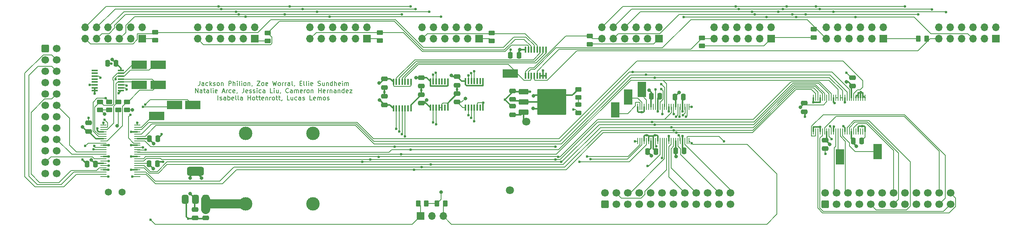
<source format=gtl>
%TF.GenerationSoftware,KiCad,Pcbnew,8.0.6*%
%TF.CreationDate,2025-03-15T00:46:26-07:00*%
%TF.ProjectId,input_pcb2,696e7075-745f-4706-9362-322e6b696361,rev?*%
%TF.SameCoordinates,Original*%
%TF.FileFunction,Copper,L1,Top*%
%TF.FilePolarity,Positive*%
%FSLAX46Y46*%
G04 Gerber Fmt 4.6, Leading zero omitted, Abs format (unit mm)*
G04 Created by KiCad (PCBNEW 8.0.6) date 2025-03-15 00:46:26*
%MOMM*%
%LPD*%
G01*
G04 APERTURE LIST*
G04 Aperture macros list*
%AMRoundRect*
0 Rectangle with rounded corners*
0 $1 Rounding radius*
0 $2 $3 $4 $5 $6 $7 $8 $9 X,Y pos of 4 corners*
0 Add a 4 corners polygon primitive as box body*
4,1,4,$2,$3,$4,$5,$6,$7,$8,$9,$2,$3,0*
0 Add four circle primitives for the rounded corners*
1,1,$1+$1,$2,$3*
1,1,$1+$1,$4,$5*
1,1,$1+$1,$6,$7*
1,1,$1+$1,$8,$9*
0 Add four rect primitives between the rounded corners*
20,1,$1+$1,$2,$3,$4,$5,0*
20,1,$1+$1,$4,$5,$6,$7,0*
20,1,$1+$1,$6,$7,$8,$9,0*
20,1,$1+$1,$8,$9,$2,$3,0*%
G04 Aperture macros list end*
%ADD10C,0.150000*%
%TA.AperFunction,NonConductor*%
%ADD11C,0.150000*%
%TD*%
%TA.AperFunction,SMDPad,CuDef*%
%ADD12RoundRect,0.250000X-0.475000X0.250000X-0.475000X-0.250000X0.475000X-0.250000X0.475000X0.250000X0*%
%TD*%
%TA.AperFunction,SMDPad,CuDef*%
%ADD13R,3.450000X1.850000*%
%TD*%
%TA.AperFunction,SMDPad,CuDef*%
%ADD14RoundRect,0.250000X-0.450000X0.262500X-0.450000X-0.262500X0.450000X-0.262500X0.450000X0.262500X0*%
%TD*%
%TA.AperFunction,ComponentPad*%
%ADD15R,1.700000X1.700000*%
%TD*%
%TA.AperFunction,ComponentPad*%
%ADD16O,1.700000X1.700000*%
%TD*%
%TA.AperFunction,ComponentPad*%
%ADD17RoundRect,0.250000X0.600000X-0.600000X0.600000X0.600000X-0.600000X0.600000X-0.600000X-0.600000X0*%
%TD*%
%TA.AperFunction,ComponentPad*%
%ADD18C,1.700000*%
%TD*%
%TA.AperFunction,SMDPad,CuDef*%
%ADD19RoundRect,0.250000X0.262500X0.450000X-0.262500X0.450000X-0.262500X-0.450000X0.262500X-0.450000X0*%
%TD*%
%TA.AperFunction,SMDPad,CuDef*%
%ADD20R,0.354800X1.461999*%
%TD*%
%TA.AperFunction,ComponentPad*%
%ADD21C,3.000000*%
%TD*%
%TA.AperFunction,SMDPad,CuDef*%
%ADD22RoundRect,0.250000X0.475000X-0.250000X0.475000X0.250000X-0.475000X0.250000X-0.475000X-0.250000X0*%
%TD*%
%TA.AperFunction,SMDPad,CuDef*%
%ADD23RoundRect,0.250000X0.250000X0.475000X-0.250000X0.475000X-0.250000X-0.475000X0.250000X-0.475000X0*%
%TD*%
%TA.AperFunction,SMDPad,CuDef*%
%ADD24R,1.850000X3.450000*%
%TD*%
%TA.AperFunction,SMDPad,CuDef*%
%ADD25RoundRect,0.375000X0.375000X-0.625000X0.375000X0.625000X-0.375000X0.625000X-0.375000X-0.625000X0*%
%TD*%
%TA.AperFunction,SMDPad,CuDef*%
%ADD26RoundRect,0.500000X1.400000X-0.500000X1.400000X0.500000X-1.400000X0.500000X-1.400000X-0.500000X0*%
%TD*%
%TA.AperFunction,SMDPad,CuDef*%
%ADD27R,0.355600X1.409700*%
%TD*%
%TA.AperFunction,SMDPad,CuDef*%
%ADD28RoundRect,0.250000X-0.250000X-0.475000X0.250000X-0.475000X0.250000X0.475000X-0.250000X0.475000X0*%
%TD*%
%TA.AperFunction,SMDPad,CuDef*%
%ADD29R,1.461999X0.354800*%
%TD*%
%TA.AperFunction,ComponentPad*%
%ADD30C,1.574800*%
%TD*%
%TA.AperFunction,SMDPad,CuDef*%
%ADD31R,0.279400X1.404099*%
%TD*%
%TA.AperFunction,SMDPad,CuDef*%
%ADD32RoundRect,0.243750X0.456250X-0.243750X0.456250X0.243750X-0.456250X0.243750X-0.456250X-0.243750X0*%
%TD*%
%TA.AperFunction,SMDPad,CuDef*%
%ADD33RoundRect,0.250000X-0.262500X-0.450000X0.262500X-0.450000X0.262500X0.450000X-0.262500X0.450000X0*%
%TD*%
%TA.AperFunction,SMDPad,CuDef*%
%ADD34R,1.404099X0.279400*%
%TD*%
%TA.AperFunction,SMDPad,CuDef*%
%ADD35RoundRect,0.250000X0.450000X-0.262500X0.450000X0.262500X-0.450000X0.262500X-0.450000X-0.262500X0*%
%TD*%
%TA.AperFunction,ComponentPad*%
%ADD36RoundRect,0.250000X-0.600000X-0.600000X0.600000X-0.600000X0.600000X0.600000X-0.600000X0.600000X0*%
%TD*%
%TA.AperFunction,SMDPad,CuDef*%
%ADD37RoundRect,0.250000X-0.850000X-0.350000X0.850000X-0.350000X0.850000X0.350000X-0.850000X0.350000X0*%
%TD*%
%TA.AperFunction,SMDPad,CuDef*%
%ADD38RoundRect,0.250000X-1.275000X-1.125000X1.275000X-1.125000X1.275000X1.125000X-1.275000X1.125000X0*%
%TD*%
%TA.AperFunction,SMDPad,CuDef*%
%ADD39RoundRect,0.249997X-2.950003X-2.650003X2.950003X-2.650003X2.950003X2.650003X-2.950003X2.650003X0*%
%TD*%
%TA.AperFunction,ViaPad*%
%ADD40C,1.800000*%
%TD*%
%TA.AperFunction,ViaPad*%
%ADD41C,0.800000*%
%TD*%
%TA.AperFunction,ViaPad*%
%ADD42C,0.600000*%
%TD*%
%TA.AperFunction,Conductor*%
%ADD43C,0.300000*%
%TD*%
%TA.AperFunction,Conductor*%
%ADD44C,0.150000*%
%TD*%
%TA.AperFunction,Conductor*%
%ADD45C,0.200000*%
%TD*%
%TA.AperFunction,Conductor*%
%ADD46C,2.000000*%
%TD*%
G04 APERTURE END LIST*
D10*
D11*
X65795236Y-97449931D02*
X65795236Y-98164216D01*
X65795236Y-98164216D02*
X65747617Y-98307073D01*
X65747617Y-98307073D02*
X65652379Y-98402312D01*
X65652379Y-98402312D02*
X65509522Y-98449931D01*
X65509522Y-98449931D02*
X65414284Y-98449931D01*
X66699998Y-98449931D02*
X66699998Y-97926121D01*
X66699998Y-97926121D02*
X66652379Y-97830883D01*
X66652379Y-97830883D02*
X66557141Y-97783264D01*
X66557141Y-97783264D02*
X66366665Y-97783264D01*
X66366665Y-97783264D02*
X66271427Y-97830883D01*
X66699998Y-98402312D02*
X66604760Y-98449931D01*
X66604760Y-98449931D02*
X66366665Y-98449931D01*
X66366665Y-98449931D02*
X66271427Y-98402312D01*
X66271427Y-98402312D02*
X66223808Y-98307073D01*
X66223808Y-98307073D02*
X66223808Y-98211835D01*
X66223808Y-98211835D02*
X66271427Y-98116597D01*
X66271427Y-98116597D02*
X66366665Y-98068978D01*
X66366665Y-98068978D02*
X66604760Y-98068978D01*
X66604760Y-98068978D02*
X66699998Y-98021359D01*
X67604760Y-98402312D02*
X67509522Y-98449931D01*
X67509522Y-98449931D02*
X67319046Y-98449931D01*
X67319046Y-98449931D02*
X67223808Y-98402312D01*
X67223808Y-98402312D02*
X67176189Y-98354692D01*
X67176189Y-98354692D02*
X67128570Y-98259454D01*
X67128570Y-98259454D02*
X67128570Y-97973740D01*
X67128570Y-97973740D02*
X67176189Y-97878502D01*
X67176189Y-97878502D02*
X67223808Y-97830883D01*
X67223808Y-97830883D02*
X67319046Y-97783264D01*
X67319046Y-97783264D02*
X67509522Y-97783264D01*
X67509522Y-97783264D02*
X67604760Y-97830883D01*
X68033332Y-98449931D02*
X68033332Y-97449931D01*
X68128570Y-98068978D02*
X68414284Y-98449931D01*
X68414284Y-97783264D02*
X68033332Y-98164216D01*
X68795237Y-98402312D02*
X68890475Y-98449931D01*
X68890475Y-98449931D02*
X69080951Y-98449931D01*
X69080951Y-98449931D02*
X69176189Y-98402312D01*
X69176189Y-98402312D02*
X69223808Y-98307073D01*
X69223808Y-98307073D02*
X69223808Y-98259454D01*
X69223808Y-98259454D02*
X69176189Y-98164216D01*
X69176189Y-98164216D02*
X69080951Y-98116597D01*
X69080951Y-98116597D02*
X68938094Y-98116597D01*
X68938094Y-98116597D02*
X68842856Y-98068978D01*
X68842856Y-98068978D02*
X68795237Y-97973740D01*
X68795237Y-97973740D02*
X68795237Y-97926121D01*
X68795237Y-97926121D02*
X68842856Y-97830883D01*
X68842856Y-97830883D02*
X68938094Y-97783264D01*
X68938094Y-97783264D02*
X69080951Y-97783264D01*
X69080951Y-97783264D02*
X69176189Y-97830883D01*
X69795237Y-98449931D02*
X69699999Y-98402312D01*
X69699999Y-98402312D02*
X69652380Y-98354692D01*
X69652380Y-98354692D02*
X69604761Y-98259454D01*
X69604761Y-98259454D02*
X69604761Y-97973740D01*
X69604761Y-97973740D02*
X69652380Y-97878502D01*
X69652380Y-97878502D02*
X69699999Y-97830883D01*
X69699999Y-97830883D02*
X69795237Y-97783264D01*
X69795237Y-97783264D02*
X69938094Y-97783264D01*
X69938094Y-97783264D02*
X70033332Y-97830883D01*
X70033332Y-97830883D02*
X70080951Y-97878502D01*
X70080951Y-97878502D02*
X70128570Y-97973740D01*
X70128570Y-97973740D02*
X70128570Y-98259454D01*
X70128570Y-98259454D02*
X70080951Y-98354692D01*
X70080951Y-98354692D02*
X70033332Y-98402312D01*
X70033332Y-98402312D02*
X69938094Y-98449931D01*
X69938094Y-98449931D02*
X69795237Y-98449931D01*
X70557142Y-97783264D02*
X70557142Y-98449931D01*
X70557142Y-97878502D02*
X70604761Y-97830883D01*
X70604761Y-97830883D02*
X70699999Y-97783264D01*
X70699999Y-97783264D02*
X70842856Y-97783264D01*
X70842856Y-97783264D02*
X70938094Y-97830883D01*
X70938094Y-97830883D02*
X70985713Y-97926121D01*
X70985713Y-97926121D02*
X70985713Y-98449931D01*
X72223809Y-98449931D02*
X72223809Y-97449931D01*
X72223809Y-97449931D02*
X72604761Y-97449931D01*
X72604761Y-97449931D02*
X72699999Y-97497550D01*
X72699999Y-97497550D02*
X72747618Y-97545169D01*
X72747618Y-97545169D02*
X72795237Y-97640407D01*
X72795237Y-97640407D02*
X72795237Y-97783264D01*
X72795237Y-97783264D02*
X72747618Y-97878502D01*
X72747618Y-97878502D02*
X72699999Y-97926121D01*
X72699999Y-97926121D02*
X72604761Y-97973740D01*
X72604761Y-97973740D02*
X72223809Y-97973740D01*
X73223809Y-98449931D02*
X73223809Y-97449931D01*
X73652380Y-98449931D02*
X73652380Y-97926121D01*
X73652380Y-97926121D02*
X73604761Y-97830883D01*
X73604761Y-97830883D02*
X73509523Y-97783264D01*
X73509523Y-97783264D02*
X73366666Y-97783264D01*
X73366666Y-97783264D02*
X73271428Y-97830883D01*
X73271428Y-97830883D02*
X73223809Y-97878502D01*
X74128571Y-98449931D02*
X74128571Y-97783264D01*
X74128571Y-97449931D02*
X74080952Y-97497550D01*
X74080952Y-97497550D02*
X74128571Y-97545169D01*
X74128571Y-97545169D02*
X74176190Y-97497550D01*
X74176190Y-97497550D02*
X74128571Y-97449931D01*
X74128571Y-97449931D02*
X74128571Y-97545169D01*
X74747618Y-98449931D02*
X74652380Y-98402312D01*
X74652380Y-98402312D02*
X74604761Y-98307073D01*
X74604761Y-98307073D02*
X74604761Y-97449931D01*
X75128571Y-98449931D02*
X75128571Y-97783264D01*
X75128571Y-97449931D02*
X75080952Y-97497550D01*
X75080952Y-97497550D02*
X75128571Y-97545169D01*
X75128571Y-97545169D02*
X75176190Y-97497550D01*
X75176190Y-97497550D02*
X75128571Y-97449931D01*
X75128571Y-97449931D02*
X75128571Y-97545169D01*
X75747618Y-98449931D02*
X75652380Y-98402312D01*
X75652380Y-98402312D02*
X75604761Y-98354692D01*
X75604761Y-98354692D02*
X75557142Y-98259454D01*
X75557142Y-98259454D02*
X75557142Y-97973740D01*
X75557142Y-97973740D02*
X75604761Y-97878502D01*
X75604761Y-97878502D02*
X75652380Y-97830883D01*
X75652380Y-97830883D02*
X75747618Y-97783264D01*
X75747618Y-97783264D02*
X75890475Y-97783264D01*
X75890475Y-97783264D02*
X75985713Y-97830883D01*
X75985713Y-97830883D02*
X76033332Y-97878502D01*
X76033332Y-97878502D02*
X76080951Y-97973740D01*
X76080951Y-97973740D02*
X76080951Y-98259454D01*
X76080951Y-98259454D02*
X76033332Y-98354692D01*
X76033332Y-98354692D02*
X75985713Y-98402312D01*
X75985713Y-98402312D02*
X75890475Y-98449931D01*
X75890475Y-98449931D02*
X75747618Y-98449931D01*
X76509523Y-97783264D02*
X76509523Y-98449931D01*
X76509523Y-97878502D02*
X76557142Y-97830883D01*
X76557142Y-97830883D02*
X76652380Y-97783264D01*
X76652380Y-97783264D02*
X76795237Y-97783264D01*
X76795237Y-97783264D02*
X76890475Y-97830883D01*
X76890475Y-97830883D02*
X76938094Y-97926121D01*
X76938094Y-97926121D02*
X76938094Y-98449931D01*
X77461904Y-98402312D02*
X77461904Y-98449931D01*
X77461904Y-98449931D02*
X77414285Y-98545169D01*
X77414285Y-98545169D02*
X77366666Y-98592788D01*
X78557142Y-97449931D02*
X79223808Y-97449931D01*
X79223808Y-97449931D02*
X78557142Y-98449931D01*
X78557142Y-98449931D02*
X79223808Y-98449931D01*
X79747618Y-98449931D02*
X79652380Y-98402312D01*
X79652380Y-98402312D02*
X79604761Y-98354692D01*
X79604761Y-98354692D02*
X79557142Y-98259454D01*
X79557142Y-98259454D02*
X79557142Y-97973740D01*
X79557142Y-97973740D02*
X79604761Y-97878502D01*
X79604761Y-97878502D02*
X79652380Y-97830883D01*
X79652380Y-97830883D02*
X79747618Y-97783264D01*
X79747618Y-97783264D02*
X79890475Y-97783264D01*
X79890475Y-97783264D02*
X79985713Y-97830883D01*
X79985713Y-97830883D02*
X80033332Y-97878502D01*
X80033332Y-97878502D02*
X80080951Y-97973740D01*
X80080951Y-97973740D02*
X80080951Y-98259454D01*
X80080951Y-98259454D02*
X80033332Y-98354692D01*
X80033332Y-98354692D02*
X79985713Y-98402312D01*
X79985713Y-98402312D02*
X79890475Y-98449931D01*
X79890475Y-98449931D02*
X79747618Y-98449931D01*
X80890475Y-98402312D02*
X80795237Y-98449931D01*
X80795237Y-98449931D02*
X80604761Y-98449931D01*
X80604761Y-98449931D02*
X80509523Y-98402312D01*
X80509523Y-98402312D02*
X80461904Y-98307073D01*
X80461904Y-98307073D02*
X80461904Y-97926121D01*
X80461904Y-97926121D02*
X80509523Y-97830883D01*
X80509523Y-97830883D02*
X80604761Y-97783264D01*
X80604761Y-97783264D02*
X80795237Y-97783264D01*
X80795237Y-97783264D02*
X80890475Y-97830883D01*
X80890475Y-97830883D02*
X80938094Y-97926121D01*
X80938094Y-97926121D02*
X80938094Y-98021359D01*
X80938094Y-98021359D02*
X80461904Y-98116597D01*
X82033333Y-97449931D02*
X82271428Y-98449931D01*
X82271428Y-98449931D02*
X82461904Y-97735645D01*
X82461904Y-97735645D02*
X82652380Y-98449931D01*
X82652380Y-98449931D02*
X82890476Y-97449931D01*
X83414285Y-98449931D02*
X83319047Y-98402312D01*
X83319047Y-98402312D02*
X83271428Y-98354692D01*
X83271428Y-98354692D02*
X83223809Y-98259454D01*
X83223809Y-98259454D02*
X83223809Y-97973740D01*
X83223809Y-97973740D02*
X83271428Y-97878502D01*
X83271428Y-97878502D02*
X83319047Y-97830883D01*
X83319047Y-97830883D02*
X83414285Y-97783264D01*
X83414285Y-97783264D02*
X83557142Y-97783264D01*
X83557142Y-97783264D02*
X83652380Y-97830883D01*
X83652380Y-97830883D02*
X83699999Y-97878502D01*
X83699999Y-97878502D02*
X83747618Y-97973740D01*
X83747618Y-97973740D02*
X83747618Y-98259454D01*
X83747618Y-98259454D02*
X83699999Y-98354692D01*
X83699999Y-98354692D02*
X83652380Y-98402312D01*
X83652380Y-98402312D02*
X83557142Y-98449931D01*
X83557142Y-98449931D02*
X83414285Y-98449931D01*
X84176190Y-98449931D02*
X84176190Y-97783264D01*
X84176190Y-97973740D02*
X84223809Y-97878502D01*
X84223809Y-97878502D02*
X84271428Y-97830883D01*
X84271428Y-97830883D02*
X84366666Y-97783264D01*
X84366666Y-97783264D02*
X84461904Y-97783264D01*
X84795238Y-98449931D02*
X84795238Y-97783264D01*
X84795238Y-97973740D02*
X84842857Y-97878502D01*
X84842857Y-97878502D02*
X84890476Y-97830883D01*
X84890476Y-97830883D02*
X84985714Y-97783264D01*
X84985714Y-97783264D02*
X85080952Y-97783264D01*
X85842857Y-98449931D02*
X85842857Y-97926121D01*
X85842857Y-97926121D02*
X85795238Y-97830883D01*
X85795238Y-97830883D02*
X85700000Y-97783264D01*
X85700000Y-97783264D02*
X85509524Y-97783264D01*
X85509524Y-97783264D02*
X85414286Y-97830883D01*
X85842857Y-98402312D02*
X85747619Y-98449931D01*
X85747619Y-98449931D02*
X85509524Y-98449931D01*
X85509524Y-98449931D02*
X85414286Y-98402312D01*
X85414286Y-98402312D02*
X85366667Y-98307073D01*
X85366667Y-98307073D02*
X85366667Y-98211835D01*
X85366667Y-98211835D02*
X85414286Y-98116597D01*
X85414286Y-98116597D02*
X85509524Y-98068978D01*
X85509524Y-98068978D02*
X85747619Y-98068978D01*
X85747619Y-98068978D02*
X85842857Y-98021359D01*
X86461905Y-98449931D02*
X86366667Y-98402312D01*
X86366667Y-98402312D02*
X86319048Y-98307073D01*
X86319048Y-98307073D02*
X86319048Y-97449931D01*
X86890477Y-98402312D02*
X86890477Y-98449931D01*
X86890477Y-98449931D02*
X86842858Y-98545169D01*
X86842858Y-98545169D02*
X86795239Y-98592788D01*
X88080953Y-97926121D02*
X88414286Y-97926121D01*
X88557143Y-98449931D02*
X88080953Y-98449931D01*
X88080953Y-98449931D02*
X88080953Y-97449931D01*
X88080953Y-97449931D02*
X88557143Y-97449931D01*
X89128572Y-98449931D02*
X89033334Y-98402312D01*
X89033334Y-98402312D02*
X88985715Y-98307073D01*
X88985715Y-98307073D02*
X88985715Y-97449931D01*
X89652382Y-98449931D02*
X89557144Y-98402312D01*
X89557144Y-98402312D02*
X89509525Y-98307073D01*
X89509525Y-98307073D02*
X89509525Y-97449931D01*
X90033335Y-98449931D02*
X90033335Y-97783264D01*
X90033335Y-97449931D02*
X89985716Y-97497550D01*
X89985716Y-97497550D02*
X90033335Y-97545169D01*
X90033335Y-97545169D02*
X90080954Y-97497550D01*
X90080954Y-97497550D02*
X90033335Y-97449931D01*
X90033335Y-97449931D02*
X90033335Y-97545169D01*
X90890477Y-98402312D02*
X90795239Y-98449931D01*
X90795239Y-98449931D02*
X90604763Y-98449931D01*
X90604763Y-98449931D02*
X90509525Y-98402312D01*
X90509525Y-98402312D02*
X90461906Y-98307073D01*
X90461906Y-98307073D02*
X90461906Y-97926121D01*
X90461906Y-97926121D02*
X90509525Y-97830883D01*
X90509525Y-97830883D02*
X90604763Y-97783264D01*
X90604763Y-97783264D02*
X90795239Y-97783264D01*
X90795239Y-97783264D02*
X90890477Y-97830883D01*
X90890477Y-97830883D02*
X90938096Y-97926121D01*
X90938096Y-97926121D02*
X90938096Y-98021359D01*
X90938096Y-98021359D02*
X90461906Y-98116597D01*
X92080954Y-98402312D02*
X92223811Y-98449931D01*
X92223811Y-98449931D02*
X92461906Y-98449931D01*
X92461906Y-98449931D02*
X92557144Y-98402312D01*
X92557144Y-98402312D02*
X92604763Y-98354692D01*
X92604763Y-98354692D02*
X92652382Y-98259454D01*
X92652382Y-98259454D02*
X92652382Y-98164216D01*
X92652382Y-98164216D02*
X92604763Y-98068978D01*
X92604763Y-98068978D02*
X92557144Y-98021359D01*
X92557144Y-98021359D02*
X92461906Y-97973740D01*
X92461906Y-97973740D02*
X92271430Y-97926121D01*
X92271430Y-97926121D02*
X92176192Y-97878502D01*
X92176192Y-97878502D02*
X92128573Y-97830883D01*
X92128573Y-97830883D02*
X92080954Y-97735645D01*
X92080954Y-97735645D02*
X92080954Y-97640407D01*
X92080954Y-97640407D02*
X92128573Y-97545169D01*
X92128573Y-97545169D02*
X92176192Y-97497550D01*
X92176192Y-97497550D02*
X92271430Y-97449931D01*
X92271430Y-97449931D02*
X92509525Y-97449931D01*
X92509525Y-97449931D02*
X92652382Y-97497550D01*
X93509525Y-97783264D02*
X93509525Y-98449931D01*
X93080954Y-97783264D02*
X93080954Y-98307073D01*
X93080954Y-98307073D02*
X93128573Y-98402312D01*
X93128573Y-98402312D02*
X93223811Y-98449931D01*
X93223811Y-98449931D02*
X93366668Y-98449931D01*
X93366668Y-98449931D02*
X93461906Y-98402312D01*
X93461906Y-98402312D02*
X93509525Y-98354692D01*
X93985716Y-97783264D02*
X93985716Y-98449931D01*
X93985716Y-97878502D02*
X94033335Y-97830883D01*
X94033335Y-97830883D02*
X94128573Y-97783264D01*
X94128573Y-97783264D02*
X94271430Y-97783264D01*
X94271430Y-97783264D02*
X94366668Y-97830883D01*
X94366668Y-97830883D02*
X94414287Y-97926121D01*
X94414287Y-97926121D02*
X94414287Y-98449931D01*
X95319049Y-98449931D02*
X95319049Y-97449931D01*
X95319049Y-98402312D02*
X95223811Y-98449931D01*
X95223811Y-98449931D02*
X95033335Y-98449931D01*
X95033335Y-98449931D02*
X94938097Y-98402312D01*
X94938097Y-98402312D02*
X94890478Y-98354692D01*
X94890478Y-98354692D02*
X94842859Y-98259454D01*
X94842859Y-98259454D02*
X94842859Y-97973740D01*
X94842859Y-97973740D02*
X94890478Y-97878502D01*
X94890478Y-97878502D02*
X94938097Y-97830883D01*
X94938097Y-97830883D02*
X95033335Y-97783264D01*
X95033335Y-97783264D02*
X95223811Y-97783264D01*
X95223811Y-97783264D02*
X95319049Y-97830883D01*
X95795240Y-98449931D02*
X95795240Y-97449931D01*
X96223811Y-98449931D02*
X96223811Y-97926121D01*
X96223811Y-97926121D02*
X96176192Y-97830883D01*
X96176192Y-97830883D02*
X96080954Y-97783264D01*
X96080954Y-97783264D02*
X95938097Y-97783264D01*
X95938097Y-97783264D02*
X95842859Y-97830883D01*
X95842859Y-97830883D02*
X95795240Y-97878502D01*
X97080954Y-98402312D02*
X96985716Y-98449931D01*
X96985716Y-98449931D02*
X96795240Y-98449931D01*
X96795240Y-98449931D02*
X96700002Y-98402312D01*
X96700002Y-98402312D02*
X96652383Y-98307073D01*
X96652383Y-98307073D02*
X96652383Y-97926121D01*
X96652383Y-97926121D02*
X96700002Y-97830883D01*
X96700002Y-97830883D02*
X96795240Y-97783264D01*
X96795240Y-97783264D02*
X96985716Y-97783264D01*
X96985716Y-97783264D02*
X97080954Y-97830883D01*
X97080954Y-97830883D02*
X97128573Y-97926121D01*
X97128573Y-97926121D02*
X97128573Y-98021359D01*
X97128573Y-98021359D02*
X96652383Y-98116597D01*
X97557145Y-98449931D02*
X97557145Y-97783264D01*
X97557145Y-97449931D02*
X97509526Y-97497550D01*
X97509526Y-97497550D02*
X97557145Y-97545169D01*
X97557145Y-97545169D02*
X97604764Y-97497550D01*
X97604764Y-97497550D02*
X97557145Y-97449931D01*
X97557145Y-97449931D02*
X97557145Y-97545169D01*
X98033335Y-98449931D02*
X98033335Y-97783264D01*
X98033335Y-97878502D02*
X98080954Y-97830883D01*
X98080954Y-97830883D02*
X98176192Y-97783264D01*
X98176192Y-97783264D02*
X98319049Y-97783264D01*
X98319049Y-97783264D02*
X98414287Y-97830883D01*
X98414287Y-97830883D02*
X98461906Y-97926121D01*
X98461906Y-97926121D02*
X98461906Y-98449931D01*
X98461906Y-97926121D02*
X98509525Y-97830883D01*
X98509525Y-97830883D02*
X98604763Y-97783264D01*
X98604763Y-97783264D02*
X98747620Y-97783264D01*
X98747620Y-97783264D02*
X98842859Y-97830883D01*
X98842859Y-97830883D02*
X98890478Y-97926121D01*
X98890478Y-97926121D02*
X98890478Y-98449931D01*
X64819046Y-100059875D02*
X64819046Y-99059875D01*
X64819046Y-99059875D02*
X65390474Y-100059875D01*
X65390474Y-100059875D02*
X65390474Y-99059875D01*
X66295236Y-100059875D02*
X66295236Y-99536065D01*
X66295236Y-99536065D02*
X66247617Y-99440827D01*
X66247617Y-99440827D02*
X66152379Y-99393208D01*
X66152379Y-99393208D02*
X65961903Y-99393208D01*
X65961903Y-99393208D02*
X65866665Y-99440827D01*
X66295236Y-100012256D02*
X66199998Y-100059875D01*
X66199998Y-100059875D02*
X65961903Y-100059875D01*
X65961903Y-100059875D02*
X65866665Y-100012256D01*
X65866665Y-100012256D02*
X65819046Y-99917017D01*
X65819046Y-99917017D02*
X65819046Y-99821779D01*
X65819046Y-99821779D02*
X65866665Y-99726541D01*
X65866665Y-99726541D02*
X65961903Y-99678922D01*
X65961903Y-99678922D02*
X66199998Y-99678922D01*
X66199998Y-99678922D02*
X66295236Y-99631303D01*
X66628570Y-99393208D02*
X67009522Y-99393208D01*
X66771427Y-99059875D02*
X66771427Y-99917017D01*
X66771427Y-99917017D02*
X66819046Y-100012256D01*
X66819046Y-100012256D02*
X66914284Y-100059875D01*
X66914284Y-100059875D02*
X67009522Y-100059875D01*
X67771427Y-100059875D02*
X67771427Y-99536065D01*
X67771427Y-99536065D02*
X67723808Y-99440827D01*
X67723808Y-99440827D02*
X67628570Y-99393208D01*
X67628570Y-99393208D02*
X67438094Y-99393208D01*
X67438094Y-99393208D02*
X67342856Y-99440827D01*
X67771427Y-100012256D02*
X67676189Y-100059875D01*
X67676189Y-100059875D02*
X67438094Y-100059875D01*
X67438094Y-100059875D02*
X67342856Y-100012256D01*
X67342856Y-100012256D02*
X67295237Y-99917017D01*
X67295237Y-99917017D02*
X67295237Y-99821779D01*
X67295237Y-99821779D02*
X67342856Y-99726541D01*
X67342856Y-99726541D02*
X67438094Y-99678922D01*
X67438094Y-99678922D02*
X67676189Y-99678922D01*
X67676189Y-99678922D02*
X67771427Y-99631303D01*
X68390475Y-100059875D02*
X68295237Y-100012256D01*
X68295237Y-100012256D02*
X68247618Y-99917017D01*
X68247618Y-99917017D02*
X68247618Y-99059875D01*
X68771428Y-100059875D02*
X68771428Y-99393208D01*
X68771428Y-99059875D02*
X68723809Y-99107494D01*
X68723809Y-99107494D02*
X68771428Y-99155113D01*
X68771428Y-99155113D02*
X68819047Y-99107494D01*
X68819047Y-99107494D02*
X68771428Y-99059875D01*
X68771428Y-99059875D02*
X68771428Y-99155113D01*
X69628570Y-100012256D02*
X69533332Y-100059875D01*
X69533332Y-100059875D02*
X69342856Y-100059875D01*
X69342856Y-100059875D02*
X69247618Y-100012256D01*
X69247618Y-100012256D02*
X69199999Y-99917017D01*
X69199999Y-99917017D02*
X69199999Y-99536065D01*
X69199999Y-99536065D02*
X69247618Y-99440827D01*
X69247618Y-99440827D02*
X69342856Y-99393208D01*
X69342856Y-99393208D02*
X69533332Y-99393208D01*
X69533332Y-99393208D02*
X69628570Y-99440827D01*
X69628570Y-99440827D02*
X69676189Y-99536065D01*
X69676189Y-99536065D02*
X69676189Y-99631303D01*
X69676189Y-99631303D02*
X69199999Y-99726541D01*
X70819047Y-99774160D02*
X71295237Y-99774160D01*
X70723809Y-100059875D02*
X71057142Y-99059875D01*
X71057142Y-99059875D02*
X71390475Y-100059875D01*
X71723809Y-100059875D02*
X71723809Y-99393208D01*
X71723809Y-99583684D02*
X71771428Y-99488446D01*
X71771428Y-99488446D02*
X71819047Y-99440827D01*
X71819047Y-99440827D02*
X71914285Y-99393208D01*
X71914285Y-99393208D02*
X72009523Y-99393208D01*
X72771428Y-100012256D02*
X72676190Y-100059875D01*
X72676190Y-100059875D02*
X72485714Y-100059875D01*
X72485714Y-100059875D02*
X72390476Y-100012256D01*
X72390476Y-100012256D02*
X72342857Y-99964636D01*
X72342857Y-99964636D02*
X72295238Y-99869398D01*
X72295238Y-99869398D02*
X72295238Y-99583684D01*
X72295238Y-99583684D02*
X72342857Y-99488446D01*
X72342857Y-99488446D02*
X72390476Y-99440827D01*
X72390476Y-99440827D02*
X72485714Y-99393208D01*
X72485714Y-99393208D02*
X72676190Y-99393208D01*
X72676190Y-99393208D02*
X72771428Y-99440827D01*
X73580952Y-100012256D02*
X73485714Y-100059875D01*
X73485714Y-100059875D02*
X73295238Y-100059875D01*
X73295238Y-100059875D02*
X73200000Y-100012256D01*
X73200000Y-100012256D02*
X73152381Y-99917017D01*
X73152381Y-99917017D02*
X73152381Y-99536065D01*
X73152381Y-99536065D02*
X73200000Y-99440827D01*
X73200000Y-99440827D02*
X73295238Y-99393208D01*
X73295238Y-99393208D02*
X73485714Y-99393208D01*
X73485714Y-99393208D02*
X73580952Y-99440827D01*
X73580952Y-99440827D02*
X73628571Y-99536065D01*
X73628571Y-99536065D02*
X73628571Y-99631303D01*
X73628571Y-99631303D02*
X73152381Y-99726541D01*
X74104762Y-100012256D02*
X74104762Y-100059875D01*
X74104762Y-100059875D02*
X74057143Y-100155113D01*
X74057143Y-100155113D02*
X74009524Y-100202732D01*
X75580952Y-99059875D02*
X75580952Y-99774160D01*
X75580952Y-99774160D02*
X75533333Y-99917017D01*
X75533333Y-99917017D02*
X75438095Y-100012256D01*
X75438095Y-100012256D02*
X75295238Y-100059875D01*
X75295238Y-100059875D02*
X75200000Y-100059875D01*
X76438095Y-100012256D02*
X76342857Y-100059875D01*
X76342857Y-100059875D02*
X76152381Y-100059875D01*
X76152381Y-100059875D02*
X76057143Y-100012256D01*
X76057143Y-100012256D02*
X76009524Y-99917017D01*
X76009524Y-99917017D02*
X76009524Y-99536065D01*
X76009524Y-99536065D02*
X76057143Y-99440827D01*
X76057143Y-99440827D02*
X76152381Y-99393208D01*
X76152381Y-99393208D02*
X76342857Y-99393208D01*
X76342857Y-99393208D02*
X76438095Y-99440827D01*
X76438095Y-99440827D02*
X76485714Y-99536065D01*
X76485714Y-99536065D02*
X76485714Y-99631303D01*
X76485714Y-99631303D02*
X76009524Y-99726541D01*
X76866667Y-100012256D02*
X76961905Y-100059875D01*
X76961905Y-100059875D02*
X77152381Y-100059875D01*
X77152381Y-100059875D02*
X77247619Y-100012256D01*
X77247619Y-100012256D02*
X77295238Y-99917017D01*
X77295238Y-99917017D02*
X77295238Y-99869398D01*
X77295238Y-99869398D02*
X77247619Y-99774160D01*
X77247619Y-99774160D02*
X77152381Y-99726541D01*
X77152381Y-99726541D02*
X77009524Y-99726541D01*
X77009524Y-99726541D02*
X76914286Y-99678922D01*
X76914286Y-99678922D02*
X76866667Y-99583684D01*
X76866667Y-99583684D02*
X76866667Y-99536065D01*
X76866667Y-99536065D02*
X76914286Y-99440827D01*
X76914286Y-99440827D02*
X77009524Y-99393208D01*
X77009524Y-99393208D02*
X77152381Y-99393208D01*
X77152381Y-99393208D02*
X77247619Y-99440827D01*
X77676191Y-100012256D02*
X77771429Y-100059875D01*
X77771429Y-100059875D02*
X77961905Y-100059875D01*
X77961905Y-100059875D02*
X78057143Y-100012256D01*
X78057143Y-100012256D02*
X78104762Y-99917017D01*
X78104762Y-99917017D02*
X78104762Y-99869398D01*
X78104762Y-99869398D02*
X78057143Y-99774160D01*
X78057143Y-99774160D02*
X77961905Y-99726541D01*
X77961905Y-99726541D02*
X77819048Y-99726541D01*
X77819048Y-99726541D02*
X77723810Y-99678922D01*
X77723810Y-99678922D02*
X77676191Y-99583684D01*
X77676191Y-99583684D02*
X77676191Y-99536065D01*
X77676191Y-99536065D02*
X77723810Y-99440827D01*
X77723810Y-99440827D02*
X77819048Y-99393208D01*
X77819048Y-99393208D02*
X77961905Y-99393208D01*
X77961905Y-99393208D02*
X78057143Y-99440827D01*
X78533334Y-100059875D02*
X78533334Y-99393208D01*
X78533334Y-99059875D02*
X78485715Y-99107494D01*
X78485715Y-99107494D02*
X78533334Y-99155113D01*
X78533334Y-99155113D02*
X78580953Y-99107494D01*
X78580953Y-99107494D02*
X78533334Y-99059875D01*
X78533334Y-99059875D02*
X78533334Y-99155113D01*
X79438095Y-100012256D02*
X79342857Y-100059875D01*
X79342857Y-100059875D02*
X79152381Y-100059875D01*
X79152381Y-100059875D02*
X79057143Y-100012256D01*
X79057143Y-100012256D02*
X79009524Y-99964636D01*
X79009524Y-99964636D02*
X78961905Y-99869398D01*
X78961905Y-99869398D02*
X78961905Y-99583684D01*
X78961905Y-99583684D02*
X79009524Y-99488446D01*
X79009524Y-99488446D02*
X79057143Y-99440827D01*
X79057143Y-99440827D02*
X79152381Y-99393208D01*
X79152381Y-99393208D02*
X79342857Y-99393208D01*
X79342857Y-99393208D02*
X79438095Y-99440827D01*
X80295238Y-100059875D02*
X80295238Y-99536065D01*
X80295238Y-99536065D02*
X80247619Y-99440827D01*
X80247619Y-99440827D02*
X80152381Y-99393208D01*
X80152381Y-99393208D02*
X79961905Y-99393208D01*
X79961905Y-99393208D02*
X79866667Y-99440827D01*
X80295238Y-100012256D02*
X80200000Y-100059875D01*
X80200000Y-100059875D02*
X79961905Y-100059875D01*
X79961905Y-100059875D02*
X79866667Y-100012256D01*
X79866667Y-100012256D02*
X79819048Y-99917017D01*
X79819048Y-99917017D02*
X79819048Y-99821779D01*
X79819048Y-99821779D02*
X79866667Y-99726541D01*
X79866667Y-99726541D02*
X79961905Y-99678922D01*
X79961905Y-99678922D02*
X80200000Y-99678922D01*
X80200000Y-99678922D02*
X80295238Y-99631303D01*
X82009524Y-100059875D02*
X81533334Y-100059875D01*
X81533334Y-100059875D02*
X81533334Y-99059875D01*
X82342858Y-100059875D02*
X82342858Y-99393208D01*
X82342858Y-99059875D02*
X82295239Y-99107494D01*
X82295239Y-99107494D02*
X82342858Y-99155113D01*
X82342858Y-99155113D02*
X82390477Y-99107494D01*
X82390477Y-99107494D02*
X82342858Y-99059875D01*
X82342858Y-99059875D02*
X82342858Y-99155113D01*
X83247619Y-99393208D02*
X83247619Y-100059875D01*
X82819048Y-99393208D02*
X82819048Y-99917017D01*
X82819048Y-99917017D02*
X82866667Y-100012256D01*
X82866667Y-100012256D02*
X82961905Y-100059875D01*
X82961905Y-100059875D02*
X83104762Y-100059875D01*
X83104762Y-100059875D02*
X83200000Y-100012256D01*
X83200000Y-100012256D02*
X83247619Y-99964636D01*
X83771429Y-100012256D02*
X83771429Y-100059875D01*
X83771429Y-100059875D02*
X83723810Y-100155113D01*
X83723810Y-100155113D02*
X83676191Y-100202732D01*
X85533333Y-99964636D02*
X85485714Y-100012256D01*
X85485714Y-100012256D02*
X85342857Y-100059875D01*
X85342857Y-100059875D02*
X85247619Y-100059875D01*
X85247619Y-100059875D02*
X85104762Y-100012256D01*
X85104762Y-100012256D02*
X85009524Y-99917017D01*
X85009524Y-99917017D02*
X84961905Y-99821779D01*
X84961905Y-99821779D02*
X84914286Y-99631303D01*
X84914286Y-99631303D02*
X84914286Y-99488446D01*
X84914286Y-99488446D02*
X84961905Y-99297970D01*
X84961905Y-99297970D02*
X85009524Y-99202732D01*
X85009524Y-99202732D02*
X85104762Y-99107494D01*
X85104762Y-99107494D02*
X85247619Y-99059875D01*
X85247619Y-99059875D02*
X85342857Y-99059875D01*
X85342857Y-99059875D02*
X85485714Y-99107494D01*
X85485714Y-99107494D02*
X85533333Y-99155113D01*
X86390476Y-100059875D02*
X86390476Y-99536065D01*
X86390476Y-99536065D02*
X86342857Y-99440827D01*
X86342857Y-99440827D02*
X86247619Y-99393208D01*
X86247619Y-99393208D02*
X86057143Y-99393208D01*
X86057143Y-99393208D02*
X85961905Y-99440827D01*
X86390476Y-100012256D02*
X86295238Y-100059875D01*
X86295238Y-100059875D02*
X86057143Y-100059875D01*
X86057143Y-100059875D02*
X85961905Y-100012256D01*
X85961905Y-100012256D02*
X85914286Y-99917017D01*
X85914286Y-99917017D02*
X85914286Y-99821779D01*
X85914286Y-99821779D02*
X85961905Y-99726541D01*
X85961905Y-99726541D02*
X86057143Y-99678922D01*
X86057143Y-99678922D02*
X86295238Y-99678922D01*
X86295238Y-99678922D02*
X86390476Y-99631303D01*
X86866667Y-100059875D02*
X86866667Y-99393208D01*
X86866667Y-99488446D02*
X86914286Y-99440827D01*
X86914286Y-99440827D02*
X87009524Y-99393208D01*
X87009524Y-99393208D02*
X87152381Y-99393208D01*
X87152381Y-99393208D02*
X87247619Y-99440827D01*
X87247619Y-99440827D02*
X87295238Y-99536065D01*
X87295238Y-99536065D02*
X87295238Y-100059875D01*
X87295238Y-99536065D02*
X87342857Y-99440827D01*
X87342857Y-99440827D02*
X87438095Y-99393208D01*
X87438095Y-99393208D02*
X87580952Y-99393208D01*
X87580952Y-99393208D02*
X87676191Y-99440827D01*
X87676191Y-99440827D02*
X87723810Y-99536065D01*
X87723810Y-99536065D02*
X87723810Y-100059875D01*
X88580952Y-100012256D02*
X88485714Y-100059875D01*
X88485714Y-100059875D02*
X88295238Y-100059875D01*
X88295238Y-100059875D02*
X88200000Y-100012256D01*
X88200000Y-100012256D02*
X88152381Y-99917017D01*
X88152381Y-99917017D02*
X88152381Y-99536065D01*
X88152381Y-99536065D02*
X88200000Y-99440827D01*
X88200000Y-99440827D02*
X88295238Y-99393208D01*
X88295238Y-99393208D02*
X88485714Y-99393208D01*
X88485714Y-99393208D02*
X88580952Y-99440827D01*
X88580952Y-99440827D02*
X88628571Y-99536065D01*
X88628571Y-99536065D02*
X88628571Y-99631303D01*
X88628571Y-99631303D02*
X88152381Y-99726541D01*
X89057143Y-100059875D02*
X89057143Y-99393208D01*
X89057143Y-99583684D02*
X89104762Y-99488446D01*
X89104762Y-99488446D02*
X89152381Y-99440827D01*
X89152381Y-99440827D02*
X89247619Y-99393208D01*
X89247619Y-99393208D02*
X89342857Y-99393208D01*
X89819048Y-100059875D02*
X89723810Y-100012256D01*
X89723810Y-100012256D02*
X89676191Y-99964636D01*
X89676191Y-99964636D02*
X89628572Y-99869398D01*
X89628572Y-99869398D02*
X89628572Y-99583684D01*
X89628572Y-99583684D02*
X89676191Y-99488446D01*
X89676191Y-99488446D02*
X89723810Y-99440827D01*
X89723810Y-99440827D02*
X89819048Y-99393208D01*
X89819048Y-99393208D02*
X89961905Y-99393208D01*
X89961905Y-99393208D02*
X90057143Y-99440827D01*
X90057143Y-99440827D02*
X90104762Y-99488446D01*
X90104762Y-99488446D02*
X90152381Y-99583684D01*
X90152381Y-99583684D02*
X90152381Y-99869398D01*
X90152381Y-99869398D02*
X90104762Y-99964636D01*
X90104762Y-99964636D02*
X90057143Y-100012256D01*
X90057143Y-100012256D02*
X89961905Y-100059875D01*
X89961905Y-100059875D02*
X89819048Y-100059875D01*
X90580953Y-99393208D02*
X90580953Y-100059875D01*
X90580953Y-99488446D02*
X90628572Y-99440827D01*
X90628572Y-99440827D02*
X90723810Y-99393208D01*
X90723810Y-99393208D02*
X90866667Y-99393208D01*
X90866667Y-99393208D02*
X90961905Y-99440827D01*
X90961905Y-99440827D02*
X91009524Y-99536065D01*
X91009524Y-99536065D02*
X91009524Y-100059875D01*
X92247620Y-100059875D02*
X92247620Y-99059875D01*
X92247620Y-99536065D02*
X92819048Y-99536065D01*
X92819048Y-100059875D02*
X92819048Y-99059875D01*
X93676191Y-100012256D02*
X93580953Y-100059875D01*
X93580953Y-100059875D02*
X93390477Y-100059875D01*
X93390477Y-100059875D02*
X93295239Y-100012256D01*
X93295239Y-100012256D02*
X93247620Y-99917017D01*
X93247620Y-99917017D02*
X93247620Y-99536065D01*
X93247620Y-99536065D02*
X93295239Y-99440827D01*
X93295239Y-99440827D02*
X93390477Y-99393208D01*
X93390477Y-99393208D02*
X93580953Y-99393208D01*
X93580953Y-99393208D02*
X93676191Y-99440827D01*
X93676191Y-99440827D02*
X93723810Y-99536065D01*
X93723810Y-99536065D02*
X93723810Y-99631303D01*
X93723810Y-99631303D02*
X93247620Y-99726541D01*
X94152382Y-100059875D02*
X94152382Y-99393208D01*
X94152382Y-99583684D02*
X94200001Y-99488446D01*
X94200001Y-99488446D02*
X94247620Y-99440827D01*
X94247620Y-99440827D02*
X94342858Y-99393208D01*
X94342858Y-99393208D02*
X94438096Y-99393208D01*
X94771430Y-99393208D02*
X94771430Y-100059875D01*
X94771430Y-99488446D02*
X94819049Y-99440827D01*
X94819049Y-99440827D02*
X94914287Y-99393208D01*
X94914287Y-99393208D02*
X95057144Y-99393208D01*
X95057144Y-99393208D02*
X95152382Y-99440827D01*
X95152382Y-99440827D02*
X95200001Y-99536065D01*
X95200001Y-99536065D02*
X95200001Y-100059875D01*
X96104763Y-100059875D02*
X96104763Y-99536065D01*
X96104763Y-99536065D02*
X96057144Y-99440827D01*
X96057144Y-99440827D02*
X95961906Y-99393208D01*
X95961906Y-99393208D02*
X95771430Y-99393208D01*
X95771430Y-99393208D02*
X95676192Y-99440827D01*
X96104763Y-100012256D02*
X96009525Y-100059875D01*
X96009525Y-100059875D02*
X95771430Y-100059875D01*
X95771430Y-100059875D02*
X95676192Y-100012256D01*
X95676192Y-100012256D02*
X95628573Y-99917017D01*
X95628573Y-99917017D02*
X95628573Y-99821779D01*
X95628573Y-99821779D02*
X95676192Y-99726541D01*
X95676192Y-99726541D02*
X95771430Y-99678922D01*
X95771430Y-99678922D02*
X96009525Y-99678922D01*
X96009525Y-99678922D02*
X96104763Y-99631303D01*
X96580954Y-99393208D02*
X96580954Y-100059875D01*
X96580954Y-99488446D02*
X96628573Y-99440827D01*
X96628573Y-99440827D02*
X96723811Y-99393208D01*
X96723811Y-99393208D02*
X96866668Y-99393208D01*
X96866668Y-99393208D02*
X96961906Y-99440827D01*
X96961906Y-99440827D02*
X97009525Y-99536065D01*
X97009525Y-99536065D02*
X97009525Y-100059875D01*
X97914287Y-100059875D02*
X97914287Y-99059875D01*
X97914287Y-100012256D02*
X97819049Y-100059875D01*
X97819049Y-100059875D02*
X97628573Y-100059875D01*
X97628573Y-100059875D02*
X97533335Y-100012256D01*
X97533335Y-100012256D02*
X97485716Y-99964636D01*
X97485716Y-99964636D02*
X97438097Y-99869398D01*
X97438097Y-99869398D02*
X97438097Y-99583684D01*
X97438097Y-99583684D02*
X97485716Y-99488446D01*
X97485716Y-99488446D02*
X97533335Y-99440827D01*
X97533335Y-99440827D02*
X97628573Y-99393208D01*
X97628573Y-99393208D02*
X97819049Y-99393208D01*
X97819049Y-99393208D02*
X97914287Y-99440827D01*
X98771430Y-100012256D02*
X98676192Y-100059875D01*
X98676192Y-100059875D02*
X98485716Y-100059875D01*
X98485716Y-100059875D02*
X98390478Y-100012256D01*
X98390478Y-100012256D02*
X98342859Y-99917017D01*
X98342859Y-99917017D02*
X98342859Y-99536065D01*
X98342859Y-99536065D02*
X98390478Y-99440827D01*
X98390478Y-99440827D02*
X98485716Y-99393208D01*
X98485716Y-99393208D02*
X98676192Y-99393208D01*
X98676192Y-99393208D02*
X98771430Y-99440827D01*
X98771430Y-99440827D02*
X98819049Y-99536065D01*
X98819049Y-99536065D02*
X98819049Y-99631303D01*
X98819049Y-99631303D02*
X98342859Y-99726541D01*
X99152383Y-99393208D02*
X99676192Y-99393208D01*
X99676192Y-99393208D02*
X99152383Y-100059875D01*
X99152383Y-100059875D02*
X99676192Y-100059875D01*
X69842855Y-101669819D02*
X69842855Y-100669819D01*
X70271426Y-101622200D02*
X70366664Y-101669819D01*
X70366664Y-101669819D02*
X70557140Y-101669819D01*
X70557140Y-101669819D02*
X70652378Y-101622200D01*
X70652378Y-101622200D02*
X70699997Y-101526961D01*
X70699997Y-101526961D02*
X70699997Y-101479342D01*
X70699997Y-101479342D02*
X70652378Y-101384104D01*
X70652378Y-101384104D02*
X70557140Y-101336485D01*
X70557140Y-101336485D02*
X70414283Y-101336485D01*
X70414283Y-101336485D02*
X70319045Y-101288866D01*
X70319045Y-101288866D02*
X70271426Y-101193628D01*
X70271426Y-101193628D02*
X70271426Y-101146009D01*
X70271426Y-101146009D02*
X70319045Y-101050771D01*
X70319045Y-101050771D02*
X70414283Y-101003152D01*
X70414283Y-101003152D02*
X70557140Y-101003152D01*
X70557140Y-101003152D02*
X70652378Y-101050771D01*
X71557140Y-101669819D02*
X71557140Y-101146009D01*
X71557140Y-101146009D02*
X71509521Y-101050771D01*
X71509521Y-101050771D02*
X71414283Y-101003152D01*
X71414283Y-101003152D02*
X71223807Y-101003152D01*
X71223807Y-101003152D02*
X71128569Y-101050771D01*
X71557140Y-101622200D02*
X71461902Y-101669819D01*
X71461902Y-101669819D02*
X71223807Y-101669819D01*
X71223807Y-101669819D02*
X71128569Y-101622200D01*
X71128569Y-101622200D02*
X71080950Y-101526961D01*
X71080950Y-101526961D02*
X71080950Y-101431723D01*
X71080950Y-101431723D02*
X71128569Y-101336485D01*
X71128569Y-101336485D02*
X71223807Y-101288866D01*
X71223807Y-101288866D02*
X71461902Y-101288866D01*
X71461902Y-101288866D02*
X71557140Y-101241247D01*
X72033331Y-101669819D02*
X72033331Y-100669819D01*
X72033331Y-101050771D02*
X72128569Y-101003152D01*
X72128569Y-101003152D02*
X72319045Y-101003152D01*
X72319045Y-101003152D02*
X72414283Y-101050771D01*
X72414283Y-101050771D02*
X72461902Y-101098390D01*
X72461902Y-101098390D02*
X72509521Y-101193628D01*
X72509521Y-101193628D02*
X72509521Y-101479342D01*
X72509521Y-101479342D02*
X72461902Y-101574580D01*
X72461902Y-101574580D02*
X72414283Y-101622200D01*
X72414283Y-101622200D02*
X72319045Y-101669819D01*
X72319045Y-101669819D02*
X72128569Y-101669819D01*
X72128569Y-101669819D02*
X72033331Y-101622200D01*
X73319045Y-101622200D02*
X73223807Y-101669819D01*
X73223807Y-101669819D02*
X73033331Y-101669819D01*
X73033331Y-101669819D02*
X72938093Y-101622200D01*
X72938093Y-101622200D02*
X72890474Y-101526961D01*
X72890474Y-101526961D02*
X72890474Y-101146009D01*
X72890474Y-101146009D02*
X72938093Y-101050771D01*
X72938093Y-101050771D02*
X73033331Y-101003152D01*
X73033331Y-101003152D02*
X73223807Y-101003152D01*
X73223807Y-101003152D02*
X73319045Y-101050771D01*
X73319045Y-101050771D02*
X73366664Y-101146009D01*
X73366664Y-101146009D02*
X73366664Y-101241247D01*
X73366664Y-101241247D02*
X72890474Y-101336485D01*
X73938093Y-101669819D02*
X73842855Y-101622200D01*
X73842855Y-101622200D02*
X73795236Y-101526961D01*
X73795236Y-101526961D02*
X73795236Y-100669819D01*
X74461903Y-101669819D02*
X74366665Y-101622200D01*
X74366665Y-101622200D02*
X74319046Y-101526961D01*
X74319046Y-101526961D02*
X74319046Y-100669819D01*
X75271427Y-101669819D02*
X75271427Y-101146009D01*
X75271427Y-101146009D02*
X75223808Y-101050771D01*
X75223808Y-101050771D02*
X75128570Y-101003152D01*
X75128570Y-101003152D02*
X74938094Y-101003152D01*
X74938094Y-101003152D02*
X74842856Y-101050771D01*
X75271427Y-101622200D02*
X75176189Y-101669819D01*
X75176189Y-101669819D02*
X74938094Y-101669819D01*
X74938094Y-101669819D02*
X74842856Y-101622200D01*
X74842856Y-101622200D02*
X74795237Y-101526961D01*
X74795237Y-101526961D02*
X74795237Y-101431723D01*
X74795237Y-101431723D02*
X74842856Y-101336485D01*
X74842856Y-101336485D02*
X74938094Y-101288866D01*
X74938094Y-101288866D02*
X75176189Y-101288866D01*
X75176189Y-101288866D02*
X75271427Y-101241247D01*
X76509523Y-101669819D02*
X76509523Y-100669819D01*
X76509523Y-101146009D02*
X77080951Y-101146009D01*
X77080951Y-101669819D02*
X77080951Y-100669819D01*
X77699999Y-101669819D02*
X77604761Y-101622200D01*
X77604761Y-101622200D02*
X77557142Y-101574580D01*
X77557142Y-101574580D02*
X77509523Y-101479342D01*
X77509523Y-101479342D02*
X77509523Y-101193628D01*
X77509523Y-101193628D02*
X77557142Y-101098390D01*
X77557142Y-101098390D02*
X77604761Y-101050771D01*
X77604761Y-101050771D02*
X77699999Y-101003152D01*
X77699999Y-101003152D02*
X77842856Y-101003152D01*
X77842856Y-101003152D02*
X77938094Y-101050771D01*
X77938094Y-101050771D02*
X77985713Y-101098390D01*
X77985713Y-101098390D02*
X78033332Y-101193628D01*
X78033332Y-101193628D02*
X78033332Y-101479342D01*
X78033332Y-101479342D02*
X77985713Y-101574580D01*
X77985713Y-101574580D02*
X77938094Y-101622200D01*
X77938094Y-101622200D02*
X77842856Y-101669819D01*
X77842856Y-101669819D02*
X77699999Y-101669819D01*
X78319047Y-101003152D02*
X78699999Y-101003152D01*
X78461904Y-100669819D02*
X78461904Y-101526961D01*
X78461904Y-101526961D02*
X78509523Y-101622200D01*
X78509523Y-101622200D02*
X78604761Y-101669819D01*
X78604761Y-101669819D02*
X78699999Y-101669819D01*
X78890476Y-101003152D02*
X79271428Y-101003152D01*
X79033333Y-100669819D02*
X79033333Y-101526961D01*
X79033333Y-101526961D02*
X79080952Y-101622200D01*
X79080952Y-101622200D02*
X79176190Y-101669819D01*
X79176190Y-101669819D02*
X79271428Y-101669819D01*
X79985714Y-101622200D02*
X79890476Y-101669819D01*
X79890476Y-101669819D02*
X79700000Y-101669819D01*
X79700000Y-101669819D02*
X79604762Y-101622200D01*
X79604762Y-101622200D02*
X79557143Y-101526961D01*
X79557143Y-101526961D02*
X79557143Y-101146009D01*
X79557143Y-101146009D02*
X79604762Y-101050771D01*
X79604762Y-101050771D02*
X79700000Y-101003152D01*
X79700000Y-101003152D02*
X79890476Y-101003152D01*
X79890476Y-101003152D02*
X79985714Y-101050771D01*
X79985714Y-101050771D02*
X80033333Y-101146009D01*
X80033333Y-101146009D02*
X80033333Y-101241247D01*
X80033333Y-101241247D02*
X79557143Y-101336485D01*
X80461905Y-101003152D02*
X80461905Y-101669819D01*
X80461905Y-101098390D02*
X80509524Y-101050771D01*
X80509524Y-101050771D02*
X80604762Y-101003152D01*
X80604762Y-101003152D02*
X80747619Y-101003152D01*
X80747619Y-101003152D02*
X80842857Y-101050771D01*
X80842857Y-101050771D02*
X80890476Y-101146009D01*
X80890476Y-101146009D02*
X80890476Y-101669819D01*
X81366667Y-101669819D02*
X81366667Y-101003152D01*
X81366667Y-101193628D02*
X81414286Y-101098390D01*
X81414286Y-101098390D02*
X81461905Y-101050771D01*
X81461905Y-101050771D02*
X81557143Y-101003152D01*
X81557143Y-101003152D02*
X81652381Y-101003152D01*
X82128572Y-101669819D02*
X82033334Y-101622200D01*
X82033334Y-101622200D02*
X81985715Y-101574580D01*
X81985715Y-101574580D02*
X81938096Y-101479342D01*
X81938096Y-101479342D02*
X81938096Y-101193628D01*
X81938096Y-101193628D02*
X81985715Y-101098390D01*
X81985715Y-101098390D02*
X82033334Y-101050771D01*
X82033334Y-101050771D02*
X82128572Y-101003152D01*
X82128572Y-101003152D02*
X82271429Y-101003152D01*
X82271429Y-101003152D02*
X82366667Y-101050771D01*
X82366667Y-101050771D02*
X82414286Y-101098390D01*
X82414286Y-101098390D02*
X82461905Y-101193628D01*
X82461905Y-101193628D02*
X82461905Y-101479342D01*
X82461905Y-101479342D02*
X82414286Y-101574580D01*
X82414286Y-101574580D02*
X82366667Y-101622200D01*
X82366667Y-101622200D02*
X82271429Y-101669819D01*
X82271429Y-101669819D02*
X82128572Y-101669819D01*
X82747620Y-101003152D02*
X83128572Y-101003152D01*
X82890477Y-100669819D02*
X82890477Y-101526961D01*
X82890477Y-101526961D02*
X82938096Y-101622200D01*
X82938096Y-101622200D02*
X83033334Y-101669819D01*
X83033334Y-101669819D02*
X83128572Y-101669819D01*
X83319049Y-101003152D02*
X83700001Y-101003152D01*
X83461906Y-100669819D02*
X83461906Y-101526961D01*
X83461906Y-101526961D02*
X83509525Y-101622200D01*
X83509525Y-101622200D02*
X83604763Y-101669819D01*
X83604763Y-101669819D02*
X83700001Y-101669819D01*
X84080954Y-101622200D02*
X84080954Y-101669819D01*
X84080954Y-101669819D02*
X84033335Y-101765057D01*
X84033335Y-101765057D02*
X83985716Y-101812676D01*
X85747620Y-101669819D02*
X85271430Y-101669819D01*
X85271430Y-101669819D02*
X85271430Y-100669819D01*
X86509525Y-101003152D02*
X86509525Y-101669819D01*
X86080954Y-101003152D02*
X86080954Y-101526961D01*
X86080954Y-101526961D02*
X86128573Y-101622200D01*
X86128573Y-101622200D02*
X86223811Y-101669819D01*
X86223811Y-101669819D02*
X86366668Y-101669819D01*
X86366668Y-101669819D02*
X86461906Y-101622200D01*
X86461906Y-101622200D02*
X86509525Y-101574580D01*
X87414287Y-101622200D02*
X87319049Y-101669819D01*
X87319049Y-101669819D02*
X87128573Y-101669819D01*
X87128573Y-101669819D02*
X87033335Y-101622200D01*
X87033335Y-101622200D02*
X86985716Y-101574580D01*
X86985716Y-101574580D02*
X86938097Y-101479342D01*
X86938097Y-101479342D02*
X86938097Y-101193628D01*
X86938097Y-101193628D02*
X86985716Y-101098390D01*
X86985716Y-101098390D02*
X87033335Y-101050771D01*
X87033335Y-101050771D02*
X87128573Y-101003152D01*
X87128573Y-101003152D02*
X87319049Y-101003152D01*
X87319049Y-101003152D02*
X87414287Y-101050771D01*
X88271430Y-101669819D02*
X88271430Y-101146009D01*
X88271430Y-101146009D02*
X88223811Y-101050771D01*
X88223811Y-101050771D02*
X88128573Y-101003152D01*
X88128573Y-101003152D02*
X87938097Y-101003152D01*
X87938097Y-101003152D02*
X87842859Y-101050771D01*
X88271430Y-101622200D02*
X88176192Y-101669819D01*
X88176192Y-101669819D02*
X87938097Y-101669819D01*
X87938097Y-101669819D02*
X87842859Y-101622200D01*
X87842859Y-101622200D02*
X87795240Y-101526961D01*
X87795240Y-101526961D02*
X87795240Y-101431723D01*
X87795240Y-101431723D02*
X87842859Y-101336485D01*
X87842859Y-101336485D02*
X87938097Y-101288866D01*
X87938097Y-101288866D02*
X88176192Y-101288866D01*
X88176192Y-101288866D02*
X88271430Y-101241247D01*
X88700002Y-101622200D02*
X88795240Y-101669819D01*
X88795240Y-101669819D02*
X88985716Y-101669819D01*
X88985716Y-101669819D02*
X89080954Y-101622200D01*
X89080954Y-101622200D02*
X89128573Y-101526961D01*
X89128573Y-101526961D02*
X89128573Y-101479342D01*
X89128573Y-101479342D02*
X89080954Y-101384104D01*
X89080954Y-101384104D02*
X88985716Y-101336485D01*
X88985716Y-101336485D02*
X88842859Y-101336485D01*
X88842859Y-101336485D02*
X88747621Y-101288866D01*
X88747621Y-101288866D02*
X88700002Y-101193628D01*
X88700002Y-101193628D02*
X88700002Y-101146009D01*
X88700002Y-101146009D02*
X88747621Y-101050771D01*
X88747621Y-101050771D02*
X88842859Y-101003152D01*
X88842859Y-101003152D02*
X88985716Y-101003152D01*
X88985716Y-101003152D02*
X89080954Y-101050771D01*
X90795240Y-101669819D02*
X90319050Y-101669819D01*
X90319050Y-101669819D02*
X90319050Y-100669819D01*
X91509526Y-101622200D02*
X91414288Y-101669819D01*
X91414288Y-101669819D02*
X91223812Y-101669819D01*
X91223812Y-101669819D02*
X91128574Y-101622200D01*
X91128574Y-101622200D02*
X91080955Y-101526961D01*
X91080955Y-101526961D02*
X91080955Y-101146009D01*
X91080955Y-101146009D02*
X91128574Y-101050771D01*
X91128574Y-101050771D02*
X91223812Y-101003152D01*
X91223812Y-101003152D02*
X91414288Y-101003152D01*
X91414288Y-101003152D02*
X91509526Y-101050771D01*
X91509526Y-101050771D02*
X91557145Y-101146009D01*
X91557145Y-101146009D02*
X91557145Y-101241247D01*
X91557145Y-101241247D02*
X91080955Y-101336485D01*
X91985717Y-101669819D02*
X91985717Y-101003152D01*
X91985717Y-101098390D02*
X92033336Y-101050771D01*
X92033336Y-101050771D02*
X92128574Y-101003152D01*
X92128574Y-101003152D02*
X92271431Y-101003152D01*
X92271431Y-101003152D02*
X92366669Y-101050771D01*
X92366669Y-101050771D02*
X92414288Y-101146009D01*
X92414288Y-101146009D02*
X92414288Y-101669819D01*
X92414288Y-101146009D02*
X92461907Y-101050771D01*
X92461907Y-101050771D02*
X92557145Y-101003152D01*
X92557145Y-101003152D02*
X92700002Y-101003152D01*
X92700002Y-101003152D02*
X92795241Y-101050771D01*
X92795241Y-101050771D02*
X92842860Y-101146009D01*
X92842860Y-101146009D02*
X92842860Y-101669819D01*
X93461907Y-101669819D02*
X93366669Y-101622200D01*
X93366669Y-101622200D02*
X93319050Y-101574580D01*
X93319050Y-101574580D02*
X93271431Y-101479342D01*
X93271431Y-101479342D02*
X93271431Y-101193628D01*
X93271431Y-101193628D02*
X93319050Y-101098390D01*
X93319050Y-101098390D02*
X93366669Y-101050771D01*
X93366669Y-101050771D02*
X93461907Y-101003152D01*
X93461907Y-101003152D02*
X93604764Y-101003152D01*
X93604764Y-101003152D02*
X93700002Y-101050771D01*
X93700002Y-101050771D02*
X93747621Y-101098390D01*
X93747621Y-101098390D02*
X93795240Y-101193628D01*
X93795240Y-101193628D02*
X93795240Y-101479342D01*
X93795240Y-101479342D02*
X93747621Y-101574580D01*
X93747621Y-101574580D02*
X93700002Y-101622200D01*
X93700002Y-101622200D02*
X93604764Y-101669819D01*
X93604764Y-101669819D02*
X93461907Y-101669819D01*
X94176193Y-101622200D02*
X94271431Y-101669819D01*
X94271431Y-101669819D02*
X94461907Y-101669819D01*
X94461907Y-101669819D02*
X94557145Y-101622200D01*
X94557145Y-101622200D02*
X94604764Y-101526961D01*
X94604764Y-101526961D02*
X94604764Y-101479342D01*
X94604764Y-101479342D02*
X94557145Y-101384104D01*
X94557145Y-101384104D02*
X94461907Y-101336485D01*
X94461907Y-101336485D02*
X94319050Y-101336485D01*
X94319050Y-101336485D02*
X94223812Y-101288866D01*
X94223812Y-101288866D02*
X94176193Y-101193628D01*
X94176193Y-101193628D02*
X94176193Y-101146009D01*
X94176193Y-101146009D02*
X94223812Y-101050771D01*
X94223812Y-101050771D02*
X94319050Y-101003152D01*
X94319050Y-101003152D02*
X94461907Y-101003152D01*
X94461907Y-101003152D02*
X94557145Y-101050771D01*
D12*
%TO.P,C21,1*%
%TO.N,/3V3*%
X123099916Y-96450000D03*
%TO.P,C21,2*%
%TO.N,GND*%
X123099916Y-98350000D03*
%TD*%
D13*
%TO.P,T11,1,1*%
%TO.N,/leadP1_1V8*%
X52300000Y-93800000D03*
%TD*%
D14*
%TO.P,R11,1*%
%TO.N,/CS_3*%
X130800000Y-86675000D03*
%TO.P,R11,2*%
%TO.N,/3V3*%
X130800000Y-88500000D03*
%TD*%
D15*
%TO.P,J13,1,Pin_1*%
%TO.N,/3V3*%
X193000000Y-88000000D03*
D16*
%TO.P,J13,2,Pin_2*%
X193000000Y-85460000D03*
%TO.P,J13,3,Pin_3*%
%TO.N,GND*%
X190460000Y-88000000D03*
%TO.P,J13,4,Pin_4*%
X190460000Y-85460000D03*
%TO.P,J13,5,Pin_5*%
%TO.N,/SCLK*%
X187920000Y-88000000D03*
%TO.P,J13,6,Pin_6*%
%TO.N,unconnected-(J13-Pin_6-Pad6)*%
X187920000Y-85460000D03*
%TO.P,J13,7,Pin_7*%
%TO.N,unconnected-(J13-Pin_7-Pad7)*%
X185380000Y-88000000D03*
%TO.P,J13,8,Pin_8*%
%TO.N,/~{CLR}*%
X185380000Y-85460000D03*
%TO.P,J13,9,Pin_9*%
%TO.N,/COPI*%
X182840000Y-88000000D03*
%TO.P,J13,10,Pin_10*%
%TO.N,/~{RESET}*%
X182840000Y-85460000D03*
%TO.P,J13,11,Pin_11*%
%TO.N,/CS_5*%
X180300000Y-88000000D03*
%TO.P,J13,12,Pin_12*%
%TO.N,/~{LDAC}*%
X180300000Y-85460000D03*
%TD*%
D17*
%TO.P,J4,1,Pin_1*%
%TO.N,GND*%
X156000000Y-125000000D03*
D18*
%TO.P,J4,2,Pin_2*%
%TO.N,/supplyPower*%
X156000000Y-122460000D03*
%TO.P,J4,3,Pin_3*%
%TO.N,GND*%
X158540000Y-125000000D03*
%TO.P,J4,4,Pin_4*%
%TO.N,/Din_SCLK*%
X158540000Y-122460000D03*
%TO.P,J4,5,Pin_5*%
%TO.N,GND*%
X161080000Y-125000000D03*
%TO.P,J4,6,Pin_6*%
%TO.N,/Din_COPI*%
X161080000Y-122460000D03*
%TO.P,J4,7,Pin_7*%
%TO.N,GND*%
X163620000Y-125000000D03*
%TO.P,J4,8,Pin_8*%
%TO.N,/supplyPower*%
X163620000Y-122460000D03*
%TO.P,J4,9,Pin_9*%
%TO.N,/Din_pass0*%
X166160000Y-125000000D03*
%TO.P,J4,10,Pin_10*%
%TO.N,/supplyPower*%
X166160000Y-122460000D03*
%TO.P,J4,11,Pin_11*%
%TO.N,GND*%
X168700000Y-125000000D03*
%TO.P,J4,12,Pin_12*%
%TO.N,/supplyPower*%
X168700000Y-122460000D03*
%TO.P,J4,13,Pin_13*%
%TO.N,/Din_pass1*%
X171240000Y-125000000D03*
%TO.P,J4,14,Pin_14*%
%TO.N,/Din_pass2*%
X171240000Y-122460000D03*
%TO.P,J4,15,Pin_15*%
%TO.N,GND*%
X173780000Y-125000000D03*
%TO.P,J4,16,Pin_16*%
%TO.N,/Din_S2*%
X173780000Y-122460000D03*
%TO.P,J4,17,Pin_17*%
%TO.N,GND*%
X176320000Y-125000000D03*
%TO.P,J4,18,Pin_18*%
%TO.N,/Din_S1*%
X176320000Y-122460000D03*
%TO.P,J4,19,Pin_19*%
%TO.N,GND*%
X178860000Y-125000000D03*
%TO.P,J4,20,Pin_20*%
%TO.N,/supplyPower*%
X178860000Y-122460000D03*
%TO.P,J4,21,Pin_21*%
%TO.N,/Din_~{LDAC}*%
X181400000Y-125000000D03*
%TO.P,J4,22,Pin_22*%
%TO.N,/Din_S0*%
X181400000Y-122460000D03*
%TO.P,J4,23,Pin_23*%
%TO.N,/Din_~{CLR}*%
X183940000Y-125000000D03*
%TO.P,J4,24,Pin_24*%
%TO.N,/Din_~{RESET}*%
X183940000Y-122460000D03*
%TD*%
D19*
%TO.P,R15,1*%
%TO.N,/CS_7*%
X227612500Y-88000000D03*
%TO.P,R15,2*%
%TO.N,/3V3*%
X225787500Y-88000000D03*
%TD*%
D20*
%TO.P,U10,1,A4*%
%TO.N,/CS_4*%
X138300000Y-96242000D03*
%TO.P,U10,2,A6*%
%TO.N,/CS_6*%
X138949998Y-96242000D03*
%TO.P,U10,3,A*%
%TO.N,/int_CS*%
X139600000Y-96242000D03*
%TO.P,U10,4,A7*%
%TO.N,/CS_7*%
X140249998Y-96242000D03*
%TO.P,U10,5,A5*%
%TO.N,/CS_5*%
X140899997Y-96242000D03*
%TO.P,U10,6,~{E}*%
%TO.N,GND*%
X141549998Y-96242000D03*
%TO.P,U10,7,VEE*%
X142199997Y-96242000D03*
%TO.P,U10,8,GND*%
X142849998Y-96242000D03*
%TO.P,U10,9,S2*%
%TO.N,/S2*%
X142849998Y-90400000D03*
%TO.P,U10,10,S1*%
%TO.N,/S1*%
X142200000Y-90400000D03*
%TO.P,U10,11,S0*%
%TO.N,/S0*%
X141549998Y-90400000D03*
%TO.P,U10,12,A3*%
%TO.N,/CS_3*%
X140900000Y-90400000D03*
%TO.P,U10,13,A0*%
%TO.N,/CS_0*%
X140250001Y-90400000D03*
%TO.P,U10,14,A1*%
%TO.N,/CS_1*%
X139600000Y-90400000D03*
%TO.P,U10,15,A2*%
%TO.N,/CS_2*%
X138950001Y-90400000D03*
%TO.P,U10,16,VCC*%
%TO.N,/3V3*%
X138300000Y-90400000D03*
%TD*%
D13*
%TO.P,T9,1,1*%
%TO.N,/leadCS_1V8*%
X56500000Y-98300000D03*
%TD*%
D14*
%TO.P,R14,1*%
%TO.N,/CS_6*%
X202500000Y-85887500D03*
%TO.P,R14,2*%
%TO.N,/3V3*%
X202500000Y-87712500D03*
%TD*%
D21*
%TO.P,J6,1,1*%
%TO.N,GND*%
X91000000Y-109150000D03*
%TO.P,J6,2,2*%
X91000000Y-124850000D03*
%TD*%
D22*
%TO.P,C18,1*%
%TO.N,/1V8*%
X115099916Y-102400000D03*
%TO.P,C18,2*%
%TO.N,GND*%
X115099916Y-100500000D03*
%TD*%
D15*
%TO.P,J10,1,Pin_1*%
%TO.N,/3V3*%
X103000000Y-88000000D03*
D16*
%TO.P,J10,2,Pin_2*%
X103000000Y-85460000D03*
%TO.P,J10,3,Pin_3*%
%TO.N,GND*%
X100460000Y-88000000D03*
%TO.P,J10,4,Pin_4*%
X100460000Y-85460000D03*
%TO.P,J10,5,Pin_5*%
%TO.N,/SCLK*%
X97920000Y-88000000D03*
%TO.P,J10,6,Pin_6*%
%TO.N,unconnected-(J10-Pin_6-Pad6)*%
X97920000Y-85460000D03*
%TO.P,J10,7,Pin_7*%
%TO.N,unconnected-(J10-Pin_7-Pad7)*%
X95380000Y-88000000D03*
%TO.P,J10,8,Pin_8*%
%TO.N,/~{CLR}*%
X95380000Y-85460000D03*
%TO.P,J10,9,Pin_9*%
%TO.N,/COPI*%
X92840000Y-88000000D03*
%TO.P,J10,10,Pin_10*%
%TO.N,/~{RESET}*%
X92840000Y-85460000D03*
%TO.P,J10,11,Pin_11*%
%TO.N,/CS_2*%
X90300000Y-88000000D03*
%TO.P,J10,12,Pin_12*%
%TO.N,/~{LDAC}*%
X90300000Y-85460000D03*
%TD*%
D22*
%TO.P,C15,1*%
%TO.N,/1V8*%
X211100000Y-98550000D03*
%TO.P,C15,2*%
%TO.N,GND*%
X211100000Y-96650000D03*
%TD*%
D14*
%TO.P,R10,1*%
%TO.N,/CS_2*%
X105900000Y-86587500D03*
%TO.P,R10,2*%
%TO.N,/3V3*%
X105900000Y-88412500D03*
%TD*%
D12*
%TO.P,C19,1*%
%TO.N,/3V3*%
X115099916Y-96650000D03*
%TO.P,C19,2*%
%TO.N,GND*%
X115099916Y-98550000D03*
%TD*%
D13*
%TO.P,T13,1,1*%
%TO.N,/int_CS*%
X134900000Y-95800000D03*
%TD*%
D23*
%TO.P,C24,1*%
%TO.N,/3V3*%
X136850000Y-91700000D03*
%TO.P,C24,2*%
%TO.N,GND*%
X134950000Y-91700000D03*
%TD*%
D24*
%TO.P,T2,1,1*%
%TO.N,/test_COPI*%
X216700000Y-113200000D03*
%TD*%
D25*
%TO.P,U4,1,GND*%
%TO.N,GND*%
X62500000Y-123900000D03*
%TO.P,U4,2,VO*%
%TO.N,/1V8*%
X64800000Y-123900000D03*
D26*
X64800000Y-117600000D03*
D25*
%TO.P,U4,3,VI*%
%TO.N,/supplyPower*%
X67100000Y-123900000D03*
%TD*%
D13*
%TO.P,T12,1,1*%
%TO.N,/leadP2_1V8*%
X52300000Y-98300000D03*
%TD*%
D24*
%TO.P,T5,1,1*%
%TO.N,/test_S2*%
X158300000Y-103900000D03*
%TD*%
D13*
%TO.P,T8,1,1*%
%TO.N,/test_CS*%
X56200000Y-105200000D03*
%TD*%
D27*
%TO.P,U9,1,VCCA*%
%TO.N,/1V8*%
X117100000Y-103405500D03*
%TO.P,U9,2,A1*%
%TO.N,/SCLK_1V8*%
X117749986Y-103405500D03*
%TO.P,U9,3,A2*%
%TO.N,/COPI_1V8*%
X118399972Y-103405500D03*
%TO.P,U9,4,A3*%
%TO.N,GND*%
X119049958Y-103405500D03*
%TO.P,U9,5,A4*%
X119699944Y-103405500D03*
%TO.P,U9,6,NC*%
%TO.N,unconnected-(U9-NC-Pad6)*%
X120349930Y-103405500D03*
%TO.P,U9,7,GND*%
%TO.N,GND*%
X120999916Y-103405500D03*
%TO.P,U9,8,OE*%
%TO.N,/3V3*%
X120999916Y-97500000D03*
%TO.P,U9,9,NC*%
%TO.N,unconnected-(U9-NC-Pad9)*%
X120349930Y-97500000D03*
%TO.P,U9,10,B4Y*%
%TO.N,unconnected-(U9-B4Y-Pad10)*%
X119699944Y-97500000D03*
%TO.P,U9,11,B3Y*%
%TO.N,unconnected-(U9-B3Y-Pad11)*%
X119049958Y-97500000D03*
%TO.P,U9,12,B2Y*%
%TO.N,/COPI*%
X118399972Y-97500000D03*
%TO.P,U9,13,B1Y*%
%TO.N,/SCLK*%
X117749986Y-97500000D03*
%TO.P,U9,14,VCCB*%
%TO.N,/3V3*%
X117100000Y-97500000D03*
%TD*%
D15*
%TO.P,J9,1,Pin_1*%
%TO.N,/3V3*%
X78000000Y-88000000D03*
D16*
%TO.P,J9,2,Pin_2*%
X78000000Y-85460000D03*
%TO.P,J9,3,Pin_3*%
%TO.N,GND*%
X75460000Y-88000000D03*
%TO.P,J9,4,Pin_4*%
X75460000Y-85460000D03*
%TO.P,J9,5,Pin_5*%
%TO.N,/SCLK*%
X72920000Y-88000000D03*
%TO.P,J9,6,Pin_6*%
%TO.N,unconnected-(J9-Pin_6-Pad6)*%
X72920000Y-85460000D03*
%TO.P,J9,7,Pin_7*%
%TO.N,unconnected-(J9-Pin_7-Pad7)*%
X70380000Y-88000000D03*
%TO.P,J9,8,Pin_8*%
%TO.N,/~{CLR}*%
X70380000Y-85460000D03*
%TO.P,J9,9,Pin_9*%
%TO.N,/COPI*%
X67840000Y-88000000D03*
%TO.P,J9,10,Pin_10*%
%TO.N,/~{RESET}*%
X67840000Y-85460000D03*
%TO.P,J9,11,Pin_11*%
%TO.N,/CS_1*%
X65300000Y-88000000D03*
%TO.P,J9,12,Pin_12*%
%TO.N,/~{LDAC}*%
X65300000Y-85460000D03*
%TD*%
D12*
%TO.P,C8,1*%
%TO.N,/1V8*%
X64700000Y-126150000D03*
%TO.P,C8,2*%
%TO.N,GND*%
X64700000Y-128050000D03*
%TD*%
D23*
%TO.P,C3,1*%
%TO.N,/1V8*%
X42550000Y-116015868D03*
%TO.P,C3,2*%
%TO.N,GND*%
X40650000Y-116015868D03*
%TD*%
D22*
%TO.P,C7,1*%
%TO.N,/3V3*%
X135400000Y-101550000D03*
%TO.P,C7,2*%
%TO.N,GND*%
X135400000Y-99650000D03*
%TD*%
D28*
%TO.P,C9,1*%
%TO.N,/1V8*%
X171750000Y-113000000D03*
%TO.P,C9,2*%
%TO.N,GND*%
X173650000Y-113000000D03*
%TD*%
D29*
%TO.P,U6,1,A4*%
%TO.N,unconnected-(U6-A4-Pad1)*%
X42400000Y-95050002D03*
%TO.P,U6,2,A6*%
%TO.N,unconnected-(U6-A6-Pad2)*%
X42400000Y-95700000D03*
%TO.P,U6,3,A*%
%TO.N,/CS_1V8*%
X42400000Y-96350002D03*
%TO.P,U6,4,A7*%
%TO.N,unconnected-(U6-A7-Pad4)*%
X42400000Y-97000000D03*
%TO.P,U6,5,A5*%
%TO.N,unconnected-(U6-A5-Pad5)*%
X42400000Y-97649999D03*
%TO.P,U6,6,~{E}*%
%TO.N,/~{leader}*%
X42400000Y-98300000D03*
%TO.P,U6,7,VEE*%
%TO.N,GND*%
X42400000Y-98949999D03*
%TO.P,U6,8,GND*%
X42400000Y-99600000D03*
%TO.P,U6,9,S2*%
X48242000Y-99600000D03*
%TO.P,U6,10,S1*%
%TO.N,/S4_1V8*%
X48242000Y-98950002D03*
%TO.P,U6,11,S0*%
%TO.N,/S3_1V8*%
X48242000Y-98300000D03*
%TO.P,U6,12,A3*%
%TO.N,/leadP2_1V8*%
X48242000Y-97650002D03*
%TO.P,U6,13,A0*%
%TO.N,/leadCS_1V8*%
X48242000Y-97000003D03*
%TO.P,U6,14,A1*%
%TO.N,/leadP0_1V8*%
X48242000Y-96350002D03*
%TO.P,U6,15,A2*%
%TO.N,/leadP1_1V8*%
X48242000Y-95700003D03*
%TO.P,U6,16,VCC*%
%TO.N,/1V8*%
X48242000Y-95050002D03*
%TD*%
D22*
%TO.P,C20,1*%
%TO.N,/1V8*%
X123099916Y-102150000D03*
%TO.P,C20,2*%
%TO.N,GND*%
X123099916Y-100250000D03*
%TD*%
D30*
%TO.P,J3,1,1*%
%TO.N,/supplyPower*%
X48466600Y-122241901D03*
%TO.P,J3,2,2*%
%TO.N,GND*%
X45466601Y-122241901D03*
%TD*%
D14*
%TO.P,R7,1*%
%TO.N,/leadP2_1V8*%
X47600000Y-102087500D03*
%TO.P,R7,2*%
%TO.N,/1V8*%
X47600000Y-103912500D03*
%TD*%
D28*
%TO.P,C11,1*%
%TO.N,/1V8*%
X171550000Y-101000000D03*
%TO.P,C11,2*%
%TO.N,GND*%
X173450000Y-101000000D03*
%TD*%
%TO.P,C10,1*%
%TO.N,/1V8*%
X165450000Y-113200000D03*
%TO.P,C10,2*%
%TO.N,GND*%
X167350000Y-113200000D03*
%TD*%
D31*
%TO.P,U2,1,~{1OE}*%
%TO.N,/~{follower}*%
X174749999Y-103199149D03*
%TO.P,U2,2,1Y1*%
%TO.N,/~{LDAC}_1V8*%
X174250000Y-103199149D03*
%TO.P,U2,3,1Y2*%
%TO.N,/~{RESET}_1V8*%
X173750001Y-103199149D03*
%TO.P,U2,4,GND*%
%TO.N,GND*%
X173249999Y-103199149D03*
%TO.P,U2,5,1Y3*%
%TO.N,/~{CLR}_1V8*%
X172750000Y-103199149D03*
%TO.P,U2,6,1Y4*%
%TO.N,/S0_1V8*%
X172250001Y-103199149D03*
%TO.P,U2,7,VCC*%
%TO.N,/1V8*%
X171750000Y-103199149D03*
%TO.P,U2,8,2Y1*%
%TO.N,/S1_1V8*%
X171250001Y-103199149D03*
%TO.P,U2,9,2Y2*%
%TO.N,/S2_1V8*%
X170749999Y-103199149D03*
%TO.P,U2,10,GND*%
%TO.N,GND*%
X170250000Y-103199149D03*
%TO.P,U2,11,2Y3*%
%TO.N,/SCLK_1V8*%
X169750001Y-103199149D03*
%TO.P,U2,12,2Y4*%
%TO.N,/COPI_1V8*%
X169250000Y-103199149D03*
%TO.P,U2,13,3Y1*%
%TO.N,/int_CS_1V8*%
X168750000Y-103199149D03*
%TO.P,U2,14,3Y2*%
%TO.N,/pass0_1V8*%
X168249999Y-103199149D03*
%TO.P,U2,15,GND*%
%TO.N,GND*%
X167750000Y-103199149D03*
%TO.P,U2,16,3Y3*%
%TO.N,/pass1_1V8*%
X167250001Y-103199149D03*
%TO.P,U2,17,3Y4*%
%TO.N,unconnected-(U2A-3Y4-Pad17)*%
X166749999Y-103199149D03*
%TO.P,U2,18,VCC*%
%TO.N,/1V8*%
X166250000Y-103199149D03*
%TO.P,U2,19,4Y1*%
%TO.N,unconnected-(U2A-4Y1-Pad19)*%
X165749999Y-103199149D03*
%TO.P,U2,20,4Y2*%
%TO.N,/test_S0*%
X165250000Y-103199149D03*
%TO.P,U2,21,GND*%
%TO.N,GND*%
X164750001Y-103199149D03*
%TO.P,U2,22,4Y3*%
%TO.N,/test_S1*%
X164249999Y-103199149D03*
%TO.P,U2,23,4Y4*%
%TO.N,/test_S2*%
X163750000Y-103199149D03*
%TO.P,U2,24,~{4OE}*%
%TO.N,GND*%
X163249999Y-103199149D03*
%TO.P,U2,25,~{3OE}*%
%TO.N,/~{follower}*%
X163250001Y-110800851D03*
%TO.P,U2,26,4A4*%
%TO.N,/S2_1V8*%
X163750000Y-110800851D03*
%TO.P,U2,27,4A3*%
%TO.N,/S1_1V8*%
X164249999Y-110800851D03*
%TO.P,U2,28,GND*%
%TO.N,GND*%
X164750001Y-110800851D03*
%TO.P,U2,29,4A2*%
%TO.N,/S0_1V8*%
X165250000Y-110800851D03*
%TO.P,U2,30,4A1*%
%TO.N,GND*%
X165750001Y-110800851D03*
%TO.P,U2,31,VCC*%
%TO.N,/1V8*%
X166250000Y-110800851D03*
%TO.P,U2,32,3A4*%
%TO.N,GND*%
X166749999Y-110800851D03*
%TO.P,U2,33,3A3*%
%TO.N,/Din_pass2*%
X167250001Y-110800851D03*
%TO.P,U2,34,GND*%
%TO.N,GND*%
X167750000Y-110800851D03*
%TO.P,U2,35,3A2*%
%TO.N,/Din_pass1*%
X168250002Y-110800851D03*
%TO.P,U2,36,3A1*%
%TO.N,/Din_pass0*%
X168750000Y-110800851D03*
%TO.P,U2,37,2A4*%
%TO.N,/Din_COPI*%
X169250000Y-110800851D03*
%TO.P,U2,38,2A3*%
%TO.N,/Din_SCLK*%
X169750001Y-110800851D03*
%TO.P,U2,39,GND*%
%TO.N,GND*%
X170250000Y-110800851D03*
%TO.P,U2,40,2A2*%
%TO.N,/Din_S2*%
X170749999Y-110800851D03*
%TO.P,U2,41,2A1*%
%TO.N,/Din_S1*%
X171250001Y-110800851D03*
%TO.P,U2,42,VCC*%
%TO.N,/1V8*%
X171750000Y-110800851D03*
%TO.P,U2,43,1A4*%
%TO.N,/Din_S0*%
X172250001Y-110800851D03*
%TO.P,U2,44,1A3*%
%TO.N,/Din_~{CLR}*%
X172750000Y-110800851D03*
%TO.P,U2,45,GND*%
%TO.N,GND*%
X173249999Y-110800851D03*
%TO.P,U2,46,1A2*%
%TO.N,/Din_~{RESET}*%
X173750001Y-110800851D03*
%TO.P,U2,47,1A1*%
%TO.N,/Din_~{LDAC}*%
X174250000Y-110800851D03*
%TO.P,U2,48,~{2OE}*%
%TO.N,/~{follower}*%
X174750001Y-110800851D03*
%TD*%
D32*
%TO.P,D1,1,K*%
%TO.N,GND*%
X150100000Y-104537500D03*
%TO.P,D1,2,A*%
%TO.N,Net-(D1-A)*%
X150100000Y-102662500D03*
%TD*%
D33*
%TO.P,R2,1*%
%TO.N,/1V8*%
X118587500Y-124800000D03*
%TO.P,R2,2*%
%TO.N,/~{follower}*%
X120412500Y-124800000D03*
%TD*%
D15*
%TO.P,J11,1,Pin_1*%
%TO.N,/3V3*%
X128000000Y-88000000D03*
D16*
%TO.P,J11,2,Pin_2*%
X128000000Y-85460000D03*
%TO.P,J11,3,Pin_3*%
%TO.N,GND*%
X125460000Y-88000000D03*
%TO.P,J11,4,Pin_4*%
X125460000Y-85460000D03*
%TO.P,J11,5,Pin_5*%
%TO.N,/SCLK*%
X122920000Y-88000000D03*
%TO.P,J11,6,Pin_6*%
%TO.N,unconnected-(J11-Pin_6-Pad6)*%
X122920000Y-85460000D03*
%TO.P,J11,7,Pin_7*%
%TO.N,unconnected-(J11-Pin_7-Pad7)*%
X120380000Y-88000000D03*
%TO.P,J11,8,Pin_8*%
%TO.N,/~{CLR}*%
X120380000Y-85460000D03*
%TO.P,J11,9,Pin_9*%
%TO.N,/COPI*%
X117840000Y-88000000D03*
%TO.P,J11,10,Pin_10*%
%TO.N,/~{RESET}*%
X117840000Y-85460000D03*
%TO.P,J11,11,Pin_11*%
%TO.N,/CS_3*%
X115300000Y-88000000D03*
%TO.P,J11,12,Pin_12*%
%TO.N,/~{LDAC}*%
X115300000Y-85460000D03*
%TD*%
D28*
%TO.P,C12,1*%
%TO.N,/1V8*%
X166300000Y-100800000D03*
%TO.P,C12,2*%
%TO.N,GND*%
X168200000Y-100800000D03*
%TD*%
D14*
%TO.P,R8,1*%
%TO.N,/CS_0*%
X55800000Y-86487500D03*
%TO.P,R8,2*%
%TO.N,/3V3*%
X55800000Y-88312500D03*
%TD*%
D13*
%TO.P,T10,1,1*%
%TO.N,/leadP0_1V8*%
X56500000Y-93800000D03*
%TD*%
D15*
%TO.P,J1,1,Pin_1*%
%TO.N,/~{leader}*%
X114920000Y-127600000D03*
D16*
%TO.P,J1,2,Pin_2*%
%TO.N,GND*%
X117460000Y-127600000D03*
%TO.P,J1,3,Pin_3*%
%TO.N,/~{follower}*%
X120000000Y-127600000D03*
%TD*%
D12*
%TO.P,C14,1*%
%TO.N,/1V8*%
X200400000Y-102400000D03*
%TO.P,C14,2*%
%TO.N,GND*%
X200400000Y-104300000D03*
%TD*%
D13*
%TO.P,T6,1,1*%
%TO.N,/S3_1V8*%
X64200000Y-102800000D03*
%TD*%
D34*
%TO.P,U1,1,~{1OE}*%
%TO.N,/~{leader}*%
X51900000Y-118799999D03*
%TO.P,U1,2,1Y1*%
%TO.N,/~{LDAC}_1V8*%
X51900000Y-118300000D03*
%TO.P,U1,3,1Y2*%
%TO.N,/~{RESET}_1V8*%
X51900000Y-117800001D03*
%TO.P,U1,4,GND*%
%TO.N,GND*%
X51900000Y-117299999D03*
%TO.P,U1,5,1Y3*%
%TO.N,/~{CLR}_1V8*%
X51900000Y-116800000D03*
%TO.P,U1,6,1Y4*%
%TO.N,/S0_1V8*%
X51900000Y-116300001D03*
%TO.P,U1,7,VCC*%
%TO.N,/1V8*%
X51900000Y-115800000D03*
%TO.P,U1,8,2Y1*%
%TO.N,/S1_1V8*%
X51900000Y-115300001D03*
%TO.P,U1,9,2Y2*%
%TO.N,/S2_1V8*%
X51900000Y-114799999D03*
%TO.P,U1,10,GND*%
%TO.N,GND*%
X51900000Y-114300000D03*
%TO.P,U1,11,2Y3*%
%TO.N,/SCLK_1V8*%
X51900000Y-113800001D03*
%TO.P,U1,12,2Y4*%
%TO.N,/COPI_1V8*%
X51900000Y-113300000D03*
%TO.P,U1,13,3Y1*%
%TO.N,/S3_1V8*%
X51900000Y-112800000D03*
%TO.P,U1,14,3Y2*%
%TO.N,/S4_1V8*%
X51900000Y-112299999D03*
%TO.P,U1,15,GND*%
%TO.N,GND*%
X51900000Y-111800000D03*
%TO.P,U1,16,3Y3*%
%TO.N,/CS_1V8*%
X51900000Y-111300001D03*
%TO.P,U1,17,3Y4*%
%TO.N,/int_CS_1V8*%
X51900000Y-110799999D03*
%TO.P,U1,18,VCC*%
%TO.N,/1V8*%
X51900000Y-110300000D03*
%TO.P,U1,19,4Y1*%
%TO.N,/pass0_1V8*%
X51900000Y-109799999D03*
%TO.P,U1,20,4Y2*%
%TO.N,/pass1_1V8*%
X51900000Y-109300000D03*
%TO.P,U1,21,GND*%
%TO.N,GND*%
X51900000Y-108800001D03*
%TO.P,U1,22,4Y3*%
%TO.N,/pass2_1V8*%
X51900000Y-108299999D03*
%TO.P,U1,23,4Y4*%
%TO.N,/test_CS*%
X51900000Y-107800000D03*
%TO.P,U1,24,~{4OE}*%
%TO.N,/~{leader}*%
X51900000Y-107299999D03*
%TO.P,U1,25,~{3OE}*%
X44298298Y-107300001D03*
%TO.P,U1,26,4A4*%
%TO.N,/CS_1V8*%
X44298298Y-107800000D03*
%TO.P,U1,27,4A3*%
%TO.N,/leadP2_1V8*%
X44298298Y-108299999D03*
%TO.P,U1,28,GND*%
%TO.N,GND*%
X44298298Y-108800001D03*
%TO.P,U1,29,4A2*%
%TO.N,/leadP1_1V8*%
X44298298Y-109300000D03*
%TO.P,U1,30,4A1*%
%TO.N,/leadP0_1V8*%
X44298298Y-109800001D03*
%TO.P,U1,31,VCC*%
%TO.N,/1V8*%
X44298298Y-110300000D03*
%TO.P,U1,32,3A4*%
%TO.N,/leadCS_1V8*%
X44298298Y-110799999D03*
%TO.P,U1,33,3A3*%
%TO.N,/Fin_CS*%
X44298298Y-111300001D03*
%TO.P,U1,34,GND*%
%TO.N,GND*%
X44298298Y-111800000D03*
%TO.P,U1,35,3A2*%
%TO.N,/Fin_S4*%
X44298298Y-112300002D03*
%TO.P,U1,36,3A1*%
%TO.N,/Fin_S3*%
X44298298Y-112800000D03*
%TO.P,U1,37,2A4*%
%TO.N,/Fin_COPI*%
X44298298Y-113300000D03*
%TO.P,U1,38,2A3*%
%TO.N,/Fin_SCLK*%
X44298298Y-113800001D03*
%TO.P,U1,39,GND*%
%TO.N,GND*%
X44298298Y-114300000D03*
%TO.P,U1,40,2A2*%
%TO.N,/Fin_S2*%
X44298298Y-114799999D03*
%TO.P,U1,41,2A1*%
%TO.N,/Fin_S1*%
X44298298Y-115300001D03*
%TO.P,U1,42,VCC*%
%TO.N,/1V8*%
X44298298Y-115800000D03*
%TO.P,U1,43,1A4*%
%TO.N,/Fin_S0*%
X44298298Y-116300001D03*
%TO.P,U1,44,1A3*%
%TO.N,/Fin_~{CLR}*%
X44298298Y-116800000D03*
%TO.P,U1,45,GND*%
%TO.N,GND*%
X44298298Y-117299999D03*
%TO.P,U1,46,1A2*%
%TO.N,/Fin_~{RESET}*%
X44298298Y-117800001D03*
%TO.P,U1,47,1A1*%
%TO.N,/Fin_~{LDAC}*%
X44298298Y-118300000D03*
%TO.P,U1,48,~{2OE}*%
%TO.N,/~{leader}*%
X44298298Y-118800001D03*
%TD*%
D15*
%TO.P,J14,1,Pin_1*%
%TO.N,/3V3*%
X218000000Y-88000000D03*
D16*
%TO.P,J14,2,Pin_2*%
X218000000Y-85460000D03*
%TO.P,J14,3,Pin_3*%
%TO.N,GND*%
X215460000Y-88000000D03*
%TO.P,J14,4,Pin_4*%
X215460000Y-85460000D03*
%TO.P,J14,5,Pin_5*%
%TO.N,/SCLK*%
X212920000Y-88000000D03*
%TO.P,J14,6,Pin_6*%
%TO.N,unconnected-(J14-Pin_6-Pad6)*%
X212920000Y-85460000D03*
%TO.P,J14,7,Pin_7*%
%TO.N,unconnected-(J14-Pin_7-Pad7)*%
X210380000Y-88000000D03*
%TO.P,J14,8,Pin_8*%
%TO.N,/~{CLR}*%
X210380000Y-85460000D03*
%TO.P,J14,9,Pin_9*%
%TO.N,/COPI*%
X207840000Y-88000000D03*
%TO.P,J14,10,Pin_10*%
%TO.N,/~{RESET}*%
X207840000Y-85460000D03*
%TO.P,J14,11,Pin_11*%
%TO.N,/CS_6*%
X205300000Y-88000000D03*
%TO.P,J14,12,Pin_12*%
%TO.N,/~{LDAC}*%
X205300000Y-85460000D03*
%TD*%
D15*
%TO.P,J8,1,Pin_1*%
%TO.N,/3V3*%
X53000000Y-88000000D03*
D16*
%TO.P,J8,2,Pin_2*%
X53000000Y-85460000D03*
%TO.P,J8,3,Pin_3*%
%TO.N,GND*%
X50460000Y-88000000D03*
%TO.P,J8,4,Pin_4*%
X50460000Y-85460000D03*
%TO.P,J8,5,Pin_5*%
%TO.N,/SCLK*%
X47920000Y-88000000D03*
%TO.P,J8,6,Pin_6*%
%TO.N,unconnected-(J8-Pin_6-Pad6)*%
X47920000Y-85460000D03*
%TO.P,J8,7,Pin_7*%
%TO.N,unconnected-(J8-Pin_7-Pad7)*%
X45380000Y-88000000D03*
%TO.P,J8,8,Pin_8*%
%TO.N,/~{CLR}*%
X45380000Y-85460000D03*
%TO.P,J8,9,Pin_9*%
%TO.N,/COPI*%
X42840000Y-88000000D03*
%TO.P,J8,10,Pin_10*%
%TO.N,/~{RESET}*%
X42840000Y-85460000D03*
%TO.P,J8,11,Pin_11*%
%TO.N,/CS_0*%
X40300000Y-88000000D03*
%TO.P,J8,12,Pin_12*%
%TO.N,/~{LDAC}*%
X40300000Y-85460000D03*
%TD*%
D24*
%TO.P,T1,1,1*%
%TO.N,/test_SCLK*%
X208300000Y-114400000D03*
%TD*%
D14*
%TO.P,R13,1*%
%TO.N,/CS_5*%
X177600000Y-87787500D03*
%TO.P,R13,2*%
%TO.N,/3V3*%
X177600000Y-89612500D03*
%TD*%
D27*
%TO.P,U7,1,VCCA*%
%TO.N,/1V8*%
X124949958Y-103352750D03*
%TO.P,U7,2,A1*%
%TO.N,/~{LDAC}_1V8*%
X125599944Y-103352750D03*
%TO.P,U7,3,A2*%
%TO.N,/~{RESET}_1V8*%
X126249930Y-103352750D03*
%TO.P,U7,4,A3*%
%TO.N,/~{CLR}_1V8*%
X126899916Y-103352750D03*
%TO.P,U7,5,A4*%
%TO.N,GND*%
X127549902Y-103352750D03*
%TO.P,U7,6,NC*%
%TO.N,unconnected-(U7-NC-Pad6)*%
X128199888Y-103352750D03*
%TO.P,U7,7,GND*%
%TO.N,GND*%
X128849874Y-103352750D03*
%TO.P,U7,8,OE*%
%TO.N,/3V3*%
X128849874Y-97447250D03*
%TO.P,U7,9,NC*%
%TO.N,unconnected-(U7-NC-Pad9)*%
X128199888Y-97447250D03*
%TO.P,U7,10,B4Y*%
%TO.N,unconnected-(U7-B4Y-Pad10)*%
X127549902Y-97447250D03*
%TO.P,U7,11,B3Y*%
%TO.N,/~{CLR}*%
X126899916Y-97447250D03*
%TO.P,U7,12,B2Y*%
%TO.N,/~{RESET}*%
X126249930Y-97447250D03*
%TO.P,U7,13,B1Y*%
%TO.N,/~{LDAC}*%
X125599944Y-97447250D03*
%TO.P,U7,14,VCCB*%
%TO.N,/3V3*%
X124949958Y-97447250D03*
%TD*%
D12*
%TO.P,C23,1*%
%TO.N,/3V3*%
X106899916Y-96950000D03*
%TO.P,C23,2*%
%TO.N,GND*%
X106899916Y-98850000D03*
%TD*%
D28*
%TO.P,C2,1*%
%TO.N,/1V8*%
X54550000Y-110300000D03*
%TO.P,C2,2*%
%TO.N,GND*%
X56450000Y-110300000D03*
%TD*%
%TO.P,C17,1*%
%TO.N,/1V8*%
X211250000Y-110800000D03*
%TO.P,C17,2*%
%TO.N,GND*%
X213150000Y-110800000D03*
%TD*%
D31*
%TO.P,U5,1,~{1OE}*%
%TO.N,GND*%
X202399866Y-108752834D03*
%TO.P,U5,2,1Y1*%
%TO.N,/Dout_~{LDAC}*%
X202899865Y-108752834D03*
%TO.P,U5,3,1Y2*%
%TO.N,/Dout_~{RESET}*%
X203399864Y-108752834D03*
%TO.P,U5,4,GND*%
%TO.N,GND*%
X203899866Y-108752834D03*
%TO.P,U5,5,1Y3*%
%TO.N,/Dout_~{CLR}*%
X204399865Y-108752834D03*
%TO.P,U5,6,1Y4*%
%TO.N,/Dout_S0*%
X204899864Y-108752834D03*
%TO.P,U5,7,VCC*%
%TO.N,/1V8*%
X205399865Y-108752834D03*
%TO.P,U5,8,2Y1*%
%TO.N,/Dout_S1*%
X205899864Y-108752834D03*
%TO.P,U5,9,2Y2*%
%TO.N,/Dout_S2*%
X206399866Y-108752834D03*
%TO.P,U5,10,GND*%
%TO.N,GND*%
X206899865Y-108752834D03*
%TO.P,U5,11,2Y3*%
%TO.N,/Dout_SCLK*%
X207399864Y-108752834D03*
%TO.P,U5,12,2Y4*%
%TO.N,/test_SCLK*%
X207899865Y-108752834D03*
%TO.P,U5,13,3Y1*%
%TO.N,/Dout_COPI*%
X208399865Y-108752834D03*
%TO.P,U5,14,3Y2*%
%TO.N,/test_COPI*%
X208899866Y-108752834D03*
%TO.P,U5,15,GND*%
%TO.N,GND*%
X209399865Y-108752834D03*
%TO.P,U5,16,3Y3*%
%TO.N,/Dout_pass0*%
X209899864Y-108752834D03*
%TO.P,U5,17,3Y4*%
%TO.N,/Dout_pass1*%
X210399866Y-108752834D03*
%TO.P,U5,18,VCC*%
%TO.N,/1V8*%
X210899865Y-108752834D03*
%TO.P,U5,19,4Y1*%
%TO.N,/Dout_pass2*%
X211399866Y-108752834D03*
%TO.P,U5,20,4Y2*%
%TO.N,unconnected-(U5A-4Y2-Pad20)*%
X211899865Y-108752834D03*
%TO.P,U5,21,GND*%
%TO.N,GND*%
X212399864Y-108752834D03*
%TO.P,U5,22,4Y3*%
%TO.N,unconnected-(U5A-4Y3-Pad22)*%
X212899866Y-108752834D03*
%TO.P,U5,23,4Y4*%
%TO.N,unconnected-(U5A-4Y4-Pad23)*%
X213399865Y-108752834D03*
%TO.P,U5,24,~{4OE}*%
%TO.N,GND*%
X213899866Y-108752834D03*
%TO.P,U5,25,~{3OE}*%
X213899864Y-101151132D03*
%TO.P,U5,26,4A4*%
X213399865Y-101151132D03*
%TO.P,U5,27,4A3*%
X212899866Y-101151132D03*
%TO.P,U5,28,GND*%
X212399864Y-101151132D03*
%TO.P,U5,29,4A2*%
X211899865Y-101151132D03*
%TO.P,U5,30,4A1*%
%TO.N,/pass2_1V8*%
X211399864Y-101151132D03*
%TO.P,U5,31,VCC*%
%TO.N,/1V8*%
X210899865Y-101151132D03*
%TO.P,U5,32,3A4*%
%TO.N,/pass1_1V8*%
X210399866Y-101151132D03*
%TO.P,U5,33,3A3*%
%TO.N,/pass0_1V8*%
X209899864Y-101151132D03*
%TO.P,U5,34,GND*%
%TO.N,GND*%
X209399865Y-101151132D03*
%TO.P,U5,35,3A2*%
%TO.N,/COPI_1V8*%
X208899863Y-101151132D03*
%TO.P,U5,36,3A1*%
X208399865Y-101151132D03*
%TO.P,U5,37,2A4*%
%TO.N,/SCLK_1V8*%
X207899865Y-101151132D03*
%TO.P,U5,38,2A3*%
X207399864Y-101151132D03*
%TO.P,U5,39,GND*%
%TO.N,GND*%
X206899865Y-101151132D03*
%TO.P,U5,40,2A2*%
%TO.N,/S2_1V8*%
X206399866Y-101151132D03*
%TO.P,U5,41,2A1*%
%TO.N,/S1_1V8*%
X205899864Y-101151132D03*
%TO.P,U5,42,VCC*%
%TO.N,/1V8*%
X205399865Y-101151132D03*
%TO.P,U5,43,1A4*%
%TO.N,/S0_1V8*%
X204899864Y-101151132D03*
%TO.P,U5,44,1A3*%
%TO.N,/~{CLR}_1V8*%
X204399865Y-101151132D03*
%TO.P,U5,45,GND*%
%TO.N,GND*%
X203899866Y-101151132D03*
%TO.P,U5,46,1A2*%
%TO.N,/~{RESET}_1V8*%
X203399864Y-101151132D03*
%TO.P,U5,47,1A1*%
%TO.N,/~{LDAC}_1V8*%
X202899865Y-101151132D03*
%TO.P,U5,48,~{2OE}*%
%TO.N,GND*%
X202399864Y-101151132D03*
%TD*%
D12*
%TO.P,C6,1*%
%TO.N,/supplyPower*%
X67100000Y-126150000D03*
%TO.P,C6,2*%
%TO.N,GND*%
X67100000Y-128050000D03*
%TD*%
D24*
%TO.P,T4,1,1*%
%TO.N,/test_S1*%
X161200000Y-101000000D03*
%TD*%
D22*
%TO.P,C1,1*%
%TO.N,/1V8*%
X41000000Y-108700000D03*
%TO.P,C1,2*%
%TO.N,GND*%
X41000000Y-106800000D03*
%TD*%
D14*
%TO.P,R6,1*%
%TO.N,/leadP1_1V8*%
X43600000Y-102087500D03*
%TO.P,R6,2*%
%TO.N,/1V8*%
X43600000Y-103912500D03*
%TD*%
D27*
%TO.P,U8,1,VCCA*%
%TO.N,/1V8*%
X108899972Y-103558250D03*
%TO.P,U8,2,A1*%
%TO.N,/S0_1V8*%
X109549958Y-103558250D03*
%TO.P,U8,3,A2*%
%TO.N,/S1_1V8*%
X110199944Y-103558250D03*
%TO.P,U8,4,A3*%
%TO.N,/S2_1V8*%
X110849930Y-103558250D03*
%TO.P,U8,5,A4*%
%TO.N,/int_CS_1V8*%
X111499916Y-103558250D03*
%TO.P,U8,6,NC*%
%TO.N,unconnected-(U8-NC-Pad6)*%
X112149902Y-103558250D03*
%TO.P,U8,7,GND*%
%TO.N,GND*%
X112799888Y-103558250D03*
%TO.P,U8,8,OE*%
%TO.N,/3V3*%
X112799888Y-97652750D03*
%TO.P,U8,9,NC*%
%TO.N,unconnected-(U8-NC-Pad9)*%
X112149902Y-97652750D03*
%TO.P,U8,10,B4Y*%
%TO.N,/int_CS*%
X111499916Y-97652750D03*
%TO.P,U8,11,B3Y*%
%TO.N,/S2*%
X110849930Y-97652750D03*
%TO.P,U8,12,B2Y*%
%TO.N,/S1*%
X110199944Y-97652750D03*
%TO.P,U8,13,B1Y*%
%TO.N,/S0*%
X109549958Y-97652750D03*
%TO.P,U8,14,VCCB*%
%TO.N,/3V3*%
X108899972Y-97652750D03*
%TD*%
D22*
%TO.P,C22,1*%
%TO.N,/1V8*%
X106899916Y-102750000D03*
%TO.P,C22,2*%
%TO.N,GND*%
X106899916Y-100850000D03*
%TD*%
D15*
%TO.P,J12,1,Pin_1*%
%TO.N,/3V3*%
X168000000Y-88000000D03*
D16*
%TO.P,J12,2,Pin_2*%
X168000000Y-85460000D03*
%TO.P,J12,3,Pin_3*%
%TO.N,GND*%
X165460000Y-88000000D03*
%TO.P,J12,4,Pin_4*%
X165460000Y-85460000D03*
%TO.P,J12,5,Pin_5*%
%TO.N,/SCLK*%
X162920000Y-88000000D03*
%TO.P,J12,6,Pin_6*%
%TO.N,unconnected-(J12-Pin_6-Pad6)*%
X162920000Y-85460000D03*
%TO.P,J12,7,Pin_7*%
%TO.N,unconnected-(J12-Pin_7-Pad7)*%
X160380000Y-88000000D03*
%TO.P,J12,8,Pin_8*%
%TO.N,/~{CLR}*%
X160380000Y-85460000D03*
%TO.P,J12,9,Pin_9*%
%TO.N,/COPI*%
X157840000Y-88000000D03*
%TO.P,J12,10,Pin_10*%
%TO.N,/~{RESET}*%
X157840000Y-85460000D03*
%TO.P,J12,11,Pin_11*%
%TO.N,/CS_4*%
X155300000Y-88000000D03*
%TO.P,J12,12,Pin_12*%
%TO.N,/~{LDAC}*%
X155300000Y-85460000D03*
%TD*%
D14*
%TO.P,R12,1*%
%TO.N,/CS_4*%
X152600000Y-87387500D03*
%TO.P,R12,2*%
%TO.N,/3V3*%
X152600000Y-89212500D03*
%TD*%
D21*
%TO.P,J5,1,1*%
%TO.N,unconnected-(J5-Pad1)*%
X76000000Y-109150000D03*
%TO.P,J5,2,2*%
%TO.N,/supplyPower*%
X76000000Y-124850000D03*
%TD*%
D22*
%TO.P,C5,1*%
%TO.N,/supplyPower*%
X135400000Y-104950000D03*
%TO.P,C5,2*%
%TO.N,GND*%
X135400000Y-103050000D03*
%TD*%
D35*
%TO.P,R3,1*%
%TO.N,Net-(D1-A)*%
X150100000Y-101112500D03*
%TO.P,R3,2*%
%TO.N,/3V3*%
X150100000Y-99287500D03*
%TD*%
D24*
%TO.P,T3,1,1*%
%TO.N,/test_S0*%
X164200000Y-99300000D03*
%TD*%
D23*
%TO.P,C13,1*%
%TO.N,/1V8*%
X47142000Y-93450002D03*
%TO.P,C13,2*%
%TO.N,GND*%
X45242000Y-93450002D03*
%TD*%
D14*
%TO.P,R5,1*%
%TO.N,/leadP0_1V8*%
X45600000Y-102087500D03*
%TO.P,R5,2*%
%TO.N,/1V8*%
X45600000Y-103912500D03*
%TD*%
D15*
%TO.P,J15,1,Pin_1*%
%TO.N,/3V3*%
X243000000Y-88000000D03*
D16*
%TO.P,J15,2,Pin_2*%
X243000000Y-85460000D03*
%TO.P,J15,3,Pin_3*%
%TO.N,GND*%
X240460000Y-88000000D03*
%TO.P,J15,4,Pin_4*%
X240460000Y-85460000D03*
%TO.P,J15,5,Pin_5*%
%TO.N,/SCLK*%
X237920000Y-88000000D03*
%TO.P,J15,6,Pin_6*%
%TO.N,unconnected-(J15-Pin_6-Pad6)*%
X237920000Y-85460000D03*
%TO.P,J15,7,Pin_7*%
%TO.N,unconnected-(J15-Pin_7-Pad7)*%
X235380000Y-88000000D03*
%TO.P,J15,8,Pin_8*%
%TO.N,/~{CLR}*%
X235380000Y-85460000D03*
%TO.P,J15,9,Pin_9*%
%TO.N,/COPI*%
X232840000Y-88000000D03*
%TO.P,J15,10,Pin_10*%
%TO.N,/~{RESET}*%
X232840000Y-85460000D03*
%TO.P,J15,11,Pin_11*%
%TO.N,/CS_7*%
X230300000Y-88000000D03*
%TO.P,J15,12,Pin_12*%
%TO.N,/~{LDAC}*%
X230300000Y-85460000D03*
%TD*%
D19*
%TO.P,R1,1*%
%TO.N,/1V8*%
X116212500Y-124800000D03*
%TO.P,R1,2*%
%TO.N,/~{leader}*%
X114387500Y-124800000D03*
%TD*%
D14*
%TO.P,R9,1*%
%TO.N,/CS_1*%
X80900000Y-86687500D03*
%TO.P,R9,2*%
%TO.N,/3V3*%
X80900000Y-88512500D03*
%TD*%
D36*
%TO.P,J2,1,Pin_1*%
%TO.N,unconnected-(J2-Pin_1-Pad1)*%
X31400000Y-90160000D03*
D18*
%TO.P,J2,2,Pin_2*%
%TO.N,GND*%
X33940000Y-90160000D03*
%TO.P,J2,3,Pin_3*%
%TO.N,unconnected-(J2-Pin_3-Pad3)*%
X31400000Y-92700000D03*
%TO.P,J2,4,Pin_4*%
%TO.N,/Fin_~{LDAC}*%
X33940000Y-92700000D03*
%TO.P,J2,5,Pin_5*%
%TO.N,GND*%
X31400000Y-95240000D03*
%TO.P,J2,6,Pin_6*%
%TO.N,/Fin_~{RESET}*%
X33940000Y-95240000D03*
%TO.P,J2,7,Pin_7*%
%TO.N,unconnected-(J2-Pin_7-Pad7)*%
X31400000Y-97780000D03*
%TO.P,J2,8,Pin_8*%
%TO.N,GND*%
X33940000Y-97780000D03*
%TO.P,J2,9,Pin_9*%
%TO.N,unconnected-(J2-Pin_9-Pad9)*%
X31400000Y-100320000D03*
%TO.P,J2,10,Pin_10*%
%TO.N,/Fin_~{CLR}*%
X33940000Y-100320000D03*
%TO.P,J2,11,Pin_11*%
%TO.N,GND*%
X31400000Y-102860000D03*
%TO.P,J2,12,Pin_12*%
%TO.N,/Fin_COPI*%
X33940000Y-102860000D03*
%TO.P,J2,13,Pin_13*%
%TO.N,/Fin_S4*%
X31400000Y-105400000D03*
%TO.P,J2,14,Pin_14*%
%TO.N,GND*%
X33940000Y-105400000D03*
%TO.P,J2,15,Pin_15*%
%TO.N,/Fin_S3*%
X31400000Y-107940000D03*
%TO.P,J2,16,Pin_16*%
%TO.N,unconnected-(J2-Pin_16-Pad16)*%
X33940000Y-107940000D03*
%TO.P,J2,17,Pin_17*%
%TO.N,GND*%
X31400000Y-110480000D03*
%TO.P,J2,18,Pin_18*%
%TO.N,/Fin_SCLK*%
X33940000Y-110480000D03*
%TO.P,J2,19,Pin_19*%
%TO.N,/Fin_CS*%
X31400000Y-113020000D03*
%TO.P,J2,20,Pin_20*%
%TO.N,GND*%
X33940000Y-113020000D03*
%TO.P,J2,21,Pin_21*%
%TO.N,/Fin_S2*%
X31400000Y-115560000D03*
%TO.P,J2,22,Pin_22*%
%TO.N,/Fin_S0*%
X33940000Y-115560000D03*
%TO.P,J2,23,Pin_23*%
%TO.N,GND*%
X31400000Y-118100000D03*
%TO.P,J2,24,Pin_24*%
%TO.N,/Fin_S1*%
X33940000Y-118100000D03*
%TD*%
D28*
%TO.P,C4,1*%
%TO.N,/1V8*%
X54450000Y-115900000D03*
%TO.P,C4,2*%
%TO.N,GND*%
X56350000Y-115900000D03*
%TD*%
D37*
%TO.P,U3,1,GND*%
%TO.N,GND*%
X137860000Y-99820000D03*
%TO.P,U3,2,VO*%
%TO.N,/3V3*%
X137860000Y-102100000D03*
D38*
X142485000Y-100575000D03*
X142485000Y-103625000D03*
D39*
X144160000Y-102100000D03*
D38*
X145835000Y-100575000D03*
X145835000Y-103625000D03*
D37*
%TO.P,U3,3,VI*%
%TO.N,/supplyPower*%
X137860000Y-104380000D03*
%TD*%
D17*
%TO.P,J7,1,Pin_1*%
%TO.N,GND*%
X205000000Y-125000000D03*
D18*
%TO.P,J7,2,Pin_2*%
%TO.N,/supplyPower*%
X205000000Y-122460000D03*
%TO.P,J7,3,Pin_3*%
%TO.N,GND*%
X207540000Y-125000000D03*
%TO.P,J7,4,Pin_4*%
%TO.N,/Dout_SCLK*%
X207540000Y-122460000D03*
%TO.P,J7,5,Pin_5*%
%TO.N,GND*%
X210080000Y-125000000D03*
%TO.P,J7,6,Pin_6*%
%TO.N,/Dout_COPI*%
X210080000Y-122460000D03*
%TO.P,J7,7,Pin_7*%
%TO.N,GND*%
X212620000Y-125000000D03*
%TO.P,J7,8,Pin_8*%
%TO.N,/supplyPower*%
X212620000Y-122460000D03*
%TO.P,J7,9,Pin_9*%
%TO.N,/Dout_pass0*%
X215160000Y-125000000D03*
%TO.P,J7,10,Pin_10*%
%TO.N,/supplyPower*%
X215160000Y-122460000D03*
%TO.P,J7,11,Pin_11*%
%TO.N,GND*%
X217700000Y-125000000D03*
%TO.P,J7,12,Pin_12*%
%TO.N,/supplyPower*%
X217700000Y-122460000D03*
%TO.P,J7,13,Pin_13*%
%TO.N,/Dout_pass1*%
X220240000Y-125000000D03*
%TO.P,J7,14,Pin_14*%
%TO.N,/Dout_pass2*%
X220240000Y-122460000D03*
%TO.P,J7,15,Pin_15*%
%TO.N,GND*%
X222780000Y-125000000D03*
%TO.P,J7,16,Pin_16*%
%TO.N,/Dout_S2*%
X222780000Y-122460000D03*
%TO.P,J7,17,Pin_17*%
%TO.N,GND*%
X225320000Y-125000000D03*
%TO.P,J7,18,Pin_18*%
%TO.N,/Dout_S1*%
X225320000Y-122460000D03*
%TO.P,J7,19,Pin_19*%
%TO.N,GND*%
X227860000Y-125000000D03*
%TO.P,J7,20,Pin_20*%
%TO.N,/supplyPower*%
X227860000Y-122460000D03*
%TO.P,J7,21,Pin_21*%
%TO.N,/Dout_~{LDAC}*%
X230400000Y-125000000D03*
%TO.P,J7,22,Pin_22*%
%TO.N,/Dout_S0*%
X230400000Y-122460000D03*
%TO.P,J7,23,Pin_23*%
%TO.N,/Dout_~{CLR}*%
X232940000Y-125000000D03*
%TO.P,J7,24,Pin_24*%
%TO.N,/Dout_~{RESET}*%
X232940000Y-122460000D03*
%TD*%
D14*
%TO.P,R4,1*%
%TO.N,/leadCS_1V8*%
X49600000Y-102087500D03*
%TO.P,R4,2*%
%TO.N,/1V8*%
X49600000Y-103912500D03*
%TD*%
D13*
%TO.P,T7,1,1*%
%TO.N,/S4_1V8*%
X60200000Y-102800000D03*
%TD*%
D12*
%TO.P,C16,1*%
%TO.N,/1V8*%
X205000000Y-110650000D03*
%TO.P,C16,2*%
%TO.N,GND*%
X205000000Y-112550000D03*
%TD*%
D40*
%TO.N,/supplyPower*%
X134800000Y-121800000D03*
D41*
%TO.N,/1V8*%
X50800000Y-103900000D03*
X199484577Y-103321994D03*
X41582822Y-115032822D03*
X171800000Y-114300000D03*
X47400000Y-107475000D03*
X44600000Y-104800000D03*
X165800000Y-99500000D03*
X63600000Y-119150000D03*
X124900000Y-101350000D03*
X55500000Y-111400000D03*
X46266861Y-92614617D03*
X212000000Y-112000000D03*
X119500000Y-122300000D03*
X66200000Y-119150000D03*
X39700000Y-107700000D03*
X116300000Y-101700000D03*
X209800000Y-97600000D03*
X206037370Y-111562630D03*
X55400000Y-117000000D03*
X105800000Y-101700000D03*
X172500000Y-100000000D03*
X166371412Y-114114552D03*
X63600000Y-122600000D03*
D42*
%TO.N,GND*%
X206949865Y-107651983D03*
X106899916Y-99900000D03*
X45400000Y-117300000D03*
X43000000Y-108000000D03*
X57300000Y-109300000D03*
X50500000Y-114300000D03*
X57600000Y-115525001D03*
X149000000Y-103800000D03*
X47700000Y-100200000D03*
X209800000Y-95547882D03*
X50500000Y-117300000D03*
X142200000Y-95100000D03*
X45500000Y-114300000D03*
X139360000Y-99787500D03*
X115099916Y-99500000D03*
X42342000Y-100250002D03*
X46142000Y-93567649D03*
X50500000Y-108800000D03*
X128899916Y-102300000D03*
X170250001Y-109752124D03*
X207110044Y-102330115D03*
X173250000Y-109752125D03*
X167749999Y-104247876D03*
X173250001Y-104247874D03*
X133710000Y-101587500D03*
X209400000Y-102200000D03*
X167200000Y-109598800D03*
X164177477Y-104401200D03*
X63200000Y-128215600D03*
X202400000Y-102200000D03*
X213282142Y-107550783D03*
X39700000Y-115000000D03*
X205100000Y-113700000D03*
X170250000Y-104247877D03*
X135004074Y-90404074D03*
X203899729Y-107703967D03*
X50500000Y-111800000D03*
X45500000Y-111800000D03*
X200500000Y-105400000D03*
X212949865Y-99949081D03*
X123099916Y-99300000D03*
X41000000Y-105700000D03*
X165300000Y-109598800D03*
X209108028Y-107555492D03*
D40*
%TO.N,/supplyPower*%
X138460000Y-106487500D03*
D41*
%TO.N,/3V3*%
X121800000Y-96200000D03*
X105700000Y-97900000D03*
X140060000Y-100787500D03*
X113900000Y-96675000D03*
X139960000Y-103587500D03*
X137000000Y-90400000D03*
D42*
%TO.N,/~{leader}*%
X50800000Y-118800000D03*
X51900000Y-106800000D03*
X45400000Y-118800000D03*
X41300000Y-98300000D03*
X44300000Y-106800000D03*
X54800000Y-128400000D03*
%TO.N,/~{follower}*%
X175300000Y-103200000D03*
X175324575Y-111375425D03*
X162700000Y-110900000D03*
%TO.N,/Fin_S0*%
X45525000Y-116300000D03*
%TO.N,/Fin_S3*%
X42100000Y-112725000D03*
%TO.N,/Fin_CS*%
X40300000Y-111900000D03*
%TO.N,/Fin_S1*%
X45500000Y-115300000D03*
%TO.N,/Fin_S4*%
X42268418Y-111942926D03*
%TO.N,/Din_pass0*%
X168675000Y-114600000D03*
%TO.N,/Din_pass2*%
X167400000Y-111975000D03*
%TO.N,/Din_~{CLR}*%
X172425735Y-109600101D03*
%TO.N,/Din_pass1*%
X165500000Y-116400000D03*
%TO.N,/Din_~{LDAC}*%
X182500000Y-110900000D03*
%TO.N,/Dout_S1*%
X206500000Y-110400000D03*
%TO.N,/Dout_S2*%
X206087062Y-107550783D03*
%TO.N,/~{LDAC}*%
X203000000Y-80800000D03*
X85800000Y-80800000D03*
X70000000Y-80800000D03*
X196500000Y-80800000D03*
X185100000Y-80800000D03*
X112700000Y-80800000D03*
X222800000Y-80800000D03*
X125599916Y-96200000D03*
%TO.N,/SCLK*%
X192000000Y-83135000D03*
X94700000Y-83100000D03*
X117699916Y-96000000D03*
X76000000Y-83100000D03*
X119500000Y-83100000D03*
X211800000Y-83135000D03*
X198600000Y-83135000D03*
X173500000Y-83135000D03*
%TO.N,/COPI*%
X84688172Y-82525001D03*
X110800000Y-82525000D03*
X197700000Y-82560000D03*
X225800000Y-82560000D03*
X74456215Y-82525000D03*
X200700000Y-82560000D03*
X118365558Y-95556239D03*
X189400000Y-82560000D03*
%TO.N,/~{CLR}*%
X231920000Y-82000000D03*
X194600000Y-81985000D03*
X116900000Y-81950000D03*
X188800000Y-81985000D03*
X206900000Y-81985000D03*
X91900000Y-81950000D03*
X126873326Y-95261309D03*
X73900000Y-81950000D03*
%TO.N,/~{RESET}*%
X113800000Y-81375000D03*
X88700000Y-81375000D03*
X203800000Y-81375000D03*
X228790000Y-81410000D03*
X195600000Y-81375000D03*
X185765642Y-81375000D03*
X126165603Y-95634313D03*
X70600000Y-81375000D03*
%TO.N,/leadP0_1V8*%
X44812500Y-101300000D03*
X47010999Y-97000000D03*
%TO.N,/~{LDAC}_1V8*%
X174026646Y-105425000D03*
X125600000Y-105100000D03*
X113500000Y-117250001D03*
X171894080Y-109002319D03*
%TO.N,/S3_1V8*%
X49503014Y-98496121D03*
X53675000Y-102661827D03*
X53724697Y-112799758D03*
%TO.N,/int_CS_1V8*%
X168750000Y-104800000D03*
X109200000Y-112075000D03*
X111500000Y-109775000D03*
X145000000Y-112075000D03*
%TO.N,/S2_1V8*%
X145600000Y-114375000D03*
X105600000Y-114375001D03*
X152000000Y-114300000D03*
X110800000Y-109300000D03*
%TO.N,/pass0_1V8*%
X165138172Y-96025000D03*
X168500000Y-99200000D03*
%TO.N,/~{RESET}_1V8*%
X126200000Y-105700000D03*
X115200000Y-116675001D03*
X171340269Y-108425000D03*
X173322902Y-105044545D03*
%TO.N,/S4_1V8*%
X49500000Y-99300000D03*
X53090918Y-103208501D03*
X53100000Y-112300000D03*
%TO.N,/COPI_1V8*%
X167056587Y-96675000D03*
X118400000Y-107100000D03*
X168513172Y-98100000D03*
X112700000Y-112800000D03*
%TO.N,/SCLK_1V8*%
X110600000Y-113750000D03*
X117700000Y-106700000D03*
%TO.N,/S0_1V8*%
X150300000Y-115525001D03*
X146300000Y-115525001D03*
X102000000Y-115525001D03*
X109500000Y-108100000D03*
X171805985Y-105425000D03*
X167100000Y-107175000D03*
%TO.N,/~{CLR}_1V8*%
X117200000Y-116100001D03*
X172619157Y-105425000D03*
X170841867Y-107750337D03*
X126900000Y-106400000D03*
%TO.N,/pass1_1V8*%
X167275000Y-99300000D03*
X162200000Y-95450000D03*
%TO.N,/S1_1V8*%
X145000000Y-114950001D03*
X152800000Y-114900000D03*
X171306854Y-104799806D03*
X166500000Y-106600000D03*
X103800000Y-114950001D03*
X110200000Y-108700000D03*
%TO.N,/CS_1V8*%
X43614746Y-96696145D03*
X50300000Y-105000000D03*
X44615136Y-106064682D03*
%TD*%
D43*
%TO.N,/1V8*%
X42600000Y-110300000D02*
X44298298Y-110300000D01*
X210899865Y-98750135D02*
X211100000Y-98550000D01*
X206037370Y-111562630D02*
X205426723Y-110951983D01*
D44*
X123099916Y-102150000D02*
X124302666Y-103352750D01*
D43*
X212000000Y-112000000D02*
X211250000Y-111250000D01*
X66200000Y-119150000D02*
X66200000Y-119000000D01*
X66200000Y-119000000D02*
X64800000Y-117600000D01*
X64650000Y-126300000D02*
X64650000Y-124050000D01*
X166300000Y-100800000D02*
X166250000Y-100850000D01*
X64650000Y-124050000D02*
X64800000Y-123900000D01*
X48242000Y-94550002D02*
X47142000Y-93450002D01*
X41000000Y-108700000D02*
X40700000Y-108700000D01*
D44*
X50787500Y-103912500D02*
X49600000Y-103912500D01*
D43*
X115099916Y-102400000D02*
X115600000Y-102400000D01*
X166250000Y-100850000D02*
X166250000Y-103199149D01*
X210899865Y-101151132D02*
X210899865Y-98750135D01*
X166300000Y-100000000D02*
X166300000Y-100800000D01*
X166364552Y-114114552D02*
X165450000Y-113200000D01*
D44*
X205399865Y-101151132D02*
X205399865Y-102042880D01*
D43*
X165800000Y-99500000D02*
X166300000Y-100000000D01*
X166250000Y-112400000D02*
X166250000Y-110800851D01*
D44*
X200775000Y-102775000D02*
X200400000Y-102400000D01*
D43*
X171550000Y-100950000D02*
X172500000Y-100000000D01*
D44*
X119500000Y-123887500D02*
X118587500Y-124800000D01*
D43*
X210899865Y-110349865D02*
X210899865Y-108752834D01*
X171800000Y-114300000D02*
X171750000Y-114250000D01*
X47142000Y-93450002D02*
X47102246Y-93450002D01*
X54450000Y-116050000D02*
X55400000Y-117000000D01*
D44*
X54350000Y-115800000D02*
X54450000Y-115900000D01*
D43*
X211250000Y-111250000D02*
X211250000Y-110700000D01*
X48242000Y-95050002D02*
X48242000Y-94550002D01*
X210150000Y-97600000D02*
X211100000Y-98550000D01*
X44298298Y-115800000D02*
X42550000Y-115800000D01*
X64800000Y-123800000D02*
X63600000Y-122600000D01*
X64800000Y-123900000D02*
X64800000Y-123800000D01*
X199484577Y-103321994D02*
X200400000Y-102406571D01*
X115099916Y-102400000D02*
X116094500Y-102400000D01*
D44*
X205399865Y-102042880D02*
X204667745Y-102775000D01*
D43*
X205426723Y-110951983D02*
X205399865Y-110951983D01*
D44*
X43712500Y-103912500D02*
X44600000Y-104800000D01*
X47600000Y-107275000D02*
X47400000Y-107475000D01*
D43*
X200400000Y-102406571D02*
X200400000Y-102400000D01*
X105849916Y-101700000D02*
X106899916Y-102750000D01*
X171750000Y-114250000D02*
X171750000Y-113000000D01*
X63600000Y-119150000D02*
X63600000Y-118800000D01*
X116094500Y-102400000D02*
X117100000Y-103405500D01*
X40700000Y-108700000D02*
X39700000Y-107700000D01*
X54550000Y-110450000D02*
X55500000Y-111400000D01*
X108091722Y-102750000D02*
X108899972Y-103558250D01*
D44*
X116212500Y-124800000D02*
X118587500Y-124800000D01*
D43*
X47102246Y-93450002D02*
X46266861Y-92614617D01*
X42550000Y-116000000D02*
X42550000Y-116015868D01*
X106899916Y-102750000D02*
X108091722Y-102750000D01*
X165450000Y-113200000D02*
X166250000Y-112400000D01*
X200400000Y-102400000D02*
X200300000Y-102500000D01*
X211250000Y-110700000D02*
X210899865Y-110349865D01*
X205399865Y-110951983D02*
X205399865Y-108752834D01*
X115600000Y-102400000D02*
X116300000Y-101700000D01*
D44*
X43600000Y-103912500D02*
X43712500Y-103912500D01*
X204667745Y-102775000D02*
X200775000Y-102775000D01*
D43*
X41000000Y-108700000D02*
X42600000Y-110300000D01*
D44*
X47600000Y-103912500D02*
X47600000Y-107275000D01*
D43*
X54550000Y-110300000D02*
X54550000Y-110450000D01*
X105800000Y-101700000D02*
X105849916Y-101700000D01*
X41582822Y-115032822D02*
X42550000Y-116000000D01*
D44*
X119500000Y-122300000D02*
X119500000Y-123887500D01*
X124100000Y-102150000D02*
X124900000Y-101350000D01*
D43*
X171550000Y-101000000D02*
X171750000Y-101200000D01*
D44*
X124302666Y-103352750D02*
X124949958Y-103352750D01*
D43*
X171750000Y-110800851D02*
X171750000Y-113000000D01*
X51900000Y-110300000D02*
X54550000Y-110300000D01*
X171550000Y-101000000D02*
X171550000Y-100950000D01*
X171750000Y-101200000D02*
X171750000Y-103199149D01*
X63600000Y-118800000D02*
X64800000Y-117600000D01*
D44*
X43600000Y-103912500D02*
X45600000Y-103912500D01*
D43*
X209800000Y-97600000D02*
X210150000Y-97600000D01*
D44*
X123099916Y-102150000D02*
X124100000Y-102150000D01*
X51900000Y-115800000D02*
X54350000Y-115800000D01*
D43*
X166371412Y-114114552D02*
X166364552Y-114114552D01*
X54450000Y-115900000D02*
X54450000Y-116050000D01*
D44*
X50800000Y-103900000D02*
X50787500Y-103912500D01*
D43*
%TO.N,GND*%
X57600000Y-115525001D02*
X56724999Y-115525001D01*
X166749999Y-110800851D02*
X166749999Y-112599999D01*
X56724999Y-115525001D02*
X56350000Y-115900000D01*
D44*
X127549902Y-103352750D02*
X127549902Y-102497900D01*
D43*
X51900000Y-111800000D02*
X50500000Y-111800000D01*
X51900000Y-114300000D02*
X50500000Y-114300000D01*
X213399865Y-100109382D02*
X213399865Y-101151132D01*
X200500000Y-104400000D02*
X200400000Y-104300000D01*
D44*
X119699944Y-103405500D02*
X119699944Y-102550650D01*
D43*
X209108028Y-107555492D02*
X209399865Y-107847329D01*
X43000000Y-108503986D02*
X43000000Y-108000000D01*
X44298298Y-108800001D02*
X43296015Y-108800001D01*
X213389566Y-100099083D02*
X213099867Y-100099083D01*
D44*
X205000000Y-113600000D02*
X205100000Y-113700000D01*
X119699944Y-102550650D02*
X119900594Y-102350000D01*
D43*
X45399999Y-117299999D02*
X45400000Y-117300000D01*
X213899866Y-107711086D02*
X213739563Y-107550783D01*
X164589697Y-104401200D02*
X164177477Y-104401200D01*
X173249999Y-104247872D02*
X173250001Y-104247874D01*
X44298298Y-114300000D02*
X45500000Y-114300000D01*
X42400000Y-98949999D02*
X42400000Y-99600000D01*
X166749999Y-110800851D02*
X166749999Y-109800802D01*
X203889564Y-102203181D02*
X202403181Y-102203181D01*
X212799863Y-100099083D02*
X212410166Y-100099083D01*
X173249999Y-110800851D02*
X173249999Y-109752126D01*
X123099916Y-100250000D02*
X123099916Y-99300000D01*
X112799888Y-103558250D02*
X112799888Y-102800028D01*
X206899865Y-102192882D02*
X206899865Y-101151132D01*
X202399864Y-102199864D02*
X202400000Y-102200000D01*
X202399866Y-108752834D02*
X202399866Y-107711084D01*
X139327500Y-99820000D02*
X139360000Y-99787500D01*
X167750000Y-103199149D02*
X167750000Y-104247875D01*
D45*
X211100000Y-96650000D02*
X210902118Y-96650000D01*
D43*
X142199997Y-96242000D02*
X142199997Y-95100003D01*
X166749999Y-109800802D02*
X166952001Y-109598800D01*
X141549998Y-96242000D02*
X142199997Y-96242000D01*
D45*
X213150000Y-110700000D02*
X213899866Y-109950134D01*
D43*
X173249999Y-101200001D02*
X173249999Y-103199149D01*
X62750000Y-124150000D02*
X62500000Y-123900000D01*
X213399865Y-100109382D02*
X213399865Y-100651133D01*
X203899866Y-102192879D02*
X203889564Y-102203181D01*
X42400000Y-99600000D02*
X42400000Y-100192002D01*
X50500001Y-108800001D02*
X50500000Y-108800000D01*
X46024353Y-93450002D02*
X46142000Y-93567649D01*
X212399864Y-107711087D02*
X212560168Y-107550783D01*
X202399866Y-107711084D02*
X202410165Y-107700785D01*
X137860000Y-99820000D02*
X139327500Y-99820000D01*
X209399865Y-102199865D02*
X209400000Y-102200000D01*
X135172500Y-103050000D02*
X135400000Y-103050000D01*
X170250000Y-109752125D02*
X170250001Y-109752124D01*
X203899866Y-107704104D02*
X203899729Y-107703967D01*
X207110044Y-102330115D02*
X206983110Y-102203181D01*
X211899865Y-101151132D02*
X211899865Y-100951982D01*
X166697999Y-109748802D02*
X165760300Y-109748802D01*
D44*
X119049958Y-103405500D02*
X119699944Y-103405500D01*
D43*
X212410166Y-100099083D02*
X212399864Y-100109385D01*
X115099916Y-98550000D02*
X115099916Y-99500000D01*
X167750000Y-101250000D02*
X167750000Y-103199149D01*
X163410302Y-104401200D02*
X164177477Y-104401200D01*
D44*
X41000000Y-106800000D02*
X41000000Y-105700000D01*
D43*
X43296015Y-108800001D02*
X43000000Y-108503986D01*
D44*
X127549902Y-102497900D02*
X127747802Y-102300000D01*
D43*
X44298298Y-111800000D02*
X45500000Y-111800000D01*
X45242000Y-93450002D02*
X46024353Y-93450002D01*
X133710000Y-101587500D02*
X135172500Y-103050000D01*
D44*
X135004074Y-90404074D02*
X134950000Y-90458148D01*
D43*
X164910302Y-109598800D02*
X164750001Y-109759101D01*
D44*
X149362500Y-103800000D02*
X150100000Y-104537500D01*
D43*
X167589699Y-109598800D02*
X167200000Y-109598800D01*
D45*
X213899866Y-109950134D02*
X213899866Y-108752834D01*
D44*
X134950000Y-90458148D02*
X134950000Y-91700000D01*
D43*
X165760300Y-109748802D02*
X165750001Y-109759101D01*
X63215600Y-128200000D02*
X66950000Y-128200000D01*
X165760300Y-109748802D02*
X165610298Y-109598800D01*
X163249999Y-103199149D02*
X163249999Y-104240897D01*
X203896547Y-107700785D02*
X203899729Y-107703967D01*
X57300000Y-109300000D02*
X57300000Y-109450000D01*
X213399865Y-100651133D02*
X213899864Y-101151132D01*
X212899866Y-101151132D02*
X212899866Y-99999080D01*
X202403181Y-102203181D02*
X202400000Y-102200000D01*
X51900000Y-117299999D02*
X50500001Y-117299999D01*
D44*
X119900594Y-102350000D02*
X120999916Y-102350000D01*
D43*
X211899865Y-100951982D02*
X212399864Y-100451983D01*
X173249999Y-112599999D02*
X173249999Y-110800851D01*
X165300000Y-109598800D02*
X164910302Y-109598800D01*
X42400000Y-100192002D02*
X42342000Y-100250002D01*
X115099916Y-100500000D02*
X115099916Y-99500000D01*
X206899865Y-108752834D02*
X206899865Y-107701983D01*
X166952001Y-109598800D02*
X167200000Y-109598800D01*
X165610298Y-109598800D02*
X165300000Y-109598800D01*
X167750000Y-110800851D02*
X167750000Y-109759101D01*
X164750001Y-109759101D02*
X164750001Y-110800851D01*
X168200000Y-100800000D02*
X167750000Y-101250000D01*
X62750000Y-127765600D02*
X62750000Y-124150000D01*
X209399865Y-107847329D02*
X209399865Y-108752834D01*
X212899866Y-99999080D02*
X212949865Y-99949081D01*
X212399864Y-108752834D02*
X212399864Y-107711087D01*
X212949865Y-99949081D02*
X212799863Y-100099083D01*
X112799888Y-102800028D02*
X115099916Y-100500000D01*
X66950000Y-128200000D02*
X67100000Y-128050000D01*
D45*
X210902118Y-96650000D02*
X209800000Y-95547882D01*
D43*
X63200000Y-128215600D02*
X62750000Y-127765600D01*
X173249999Y-103199149D02*
X173249999Y-104247872D01*
X213899866Y-108752834D02*
X213899866Y-107711086D01*
X202410165Y-107700785D02*
X203896547Y-107700785D01*
D44*
X127747802Y-102300000D02*
X128899916Y-102300000D01*
D43*
X173249999Y-109752126D02*
X173250000Y-109752125D01*
X44298298Y-117299999D02*
X45399999Y-117299999D01*
D44*
X205000000Y-112550000D02*
X205000000Y-113600000D01*
D43*
X163249999Y-104240897D02*
X163410302Y-104401200D01*
X128849874Y-103352750D02*
X128849874Y-102350042D01*
X202399864Y-101151132D02*
X202399864Y-102199864D01*
X63200000Y-128215600D02*
X63215600Y-128200000D01*
X50500001Y-117299999D02*
X50500000Y-117300000D01*
X164750001Y-103199149D02*
X164750001Y-104240896D01*
X165750001Y-109759101D02*
X165750001Y-110800851D01*
X47700000Y-100200000D02*
X47700000Y-100142000D01*
X212399864Y-100451983D02*
X212399864Y-101151132D01*
X39700000Y-115000000D02*
X39700000Y-115065868D01*
X142849998Y-96242000D02*
X142199997Y-96242000D01*
X166749999Y-112599999D02*
X167350000Y-113200000D01*
X39700000Y-115065868D02*
X40650000Y-116015868D01*
X106899916Y-100850000D02*
X106899916Y-99900000D01*
X167750000Y-104247875D02*
X167749999Y-104247876D01*
X206899865Y-107701983D02*
X206949865Y-107651983D01*
X120999916Y-103405500D02*
X120999916Y-102350000D01*
X170250000Y-110800851D02*
X170250000Y-109752125D01*
X142199997Y-95100003D02*
X142200000Y-95100000D01*
X170250000Y-103199149D02*
X170250000Y-104247877D01*
X203899866Y-101151132D02*
X203899866Y-102192879D01*
X133710000Y-101587500D02*
X135477500Y-99820000D01*
X106899916Y-98850000D02*
X106899916Y-99900000D01*
X173650000Y-113000000D02*
X173249999Y-112599999D01*
X57300000Y-109450000D02*
X56450000Y-110300000D01*
X203899866Y-108752834D02*
X203899866Y-107704104D01*
X47700000Y-100142000D02*
X48242000Y-99600000D01*
D44*
X149000000Y-103800000D02*
X149362500Y-103800000D01*
D43*
X213099867Y-100099083D02*
X212949865Y-99949081D01*
X213739563Y-107550783D02*
X213282142Y-107550783D01*
X206983110Y-102203181D02*
X206910164Y-102203181D01*
X212399864Y-100109385D02*
X212399864Y-100451983D01*
X206910164Y-102203181D02*
X206899865Y-102192882D01*
X167750000Y-109759101D02*
X167589699Y-109598800D01*
X164750001Y-104240896D02*
X164589697Y-104401200D01*
X209399865Y-101151132D02*
X209399865Y-102199865D01*
X51900000Y-108800001D02*
X50500001Y-108800001D01*
X166749999Y-109800802D02*
X166697999Y-109748802D01*
X173450000Y-101000000D02*
X173249999Y-101200001D01*
X212560168Y-107550783D02*
X213282142Y-107550783D01*
X135477500Y-99820000D02*
X137860000Y-99820000D01*
X200500000Y-105400000D02*
X200500000Y-104400000D01*
X128849874Y-102350042D02*
X128899916Y-102300000D01*
X213389566Y-100099083D02*
X213399865Y-100109382D01*
X120999916Y-102350000D02*
X123099916Y-100250000D01*
X123099916Y-98350000D02*
X123099916Y-99300000D01*
D46*
%TO.N,/supplyPower*%
X67100000Y-125050000D02*
X67100000Y-123900000D01*
X67100000Y-126150000D02*
X67100000Y-125050000D01*
D43*
X135400000Y-104950000D02*
X137290000Y-104950000D01*
X137290000Y-104950000D02*
X137860000Y-104380000D01*
D46*
X67150000Y-125100000D02*
X67100000Y-125050000D01*
X76000000Y-124850000D02*
X67150000Y-124850000D01*
D43*
X137860000Y-104380000D02*
X137860000Y-105887500D01*
X137860000Y-105887500D02*
X138460000Y-106487500D01*
D44*
%TO.N,/3V3*%
X112799888Y-98435414D02*
X112602702Y-98632600D01*
D43*
X150100000Y-99287500D02*
X150032458Y-99287500D01*
D44*
X152687500Y-89125000D02*
X166875000Y-89125000D01*
X108899972Y-98435414D02*
X108899972Y-97652750D01*
D43*
X122049916Y-96449916D02*
X121800000Y-96200000D01*
X136850000Y-90600000D02*
X136850000Y-91700000D01*
X117100000Y-98504850D02*
X117150000Y-98554850D01*
D44*
X78612500Y-88512500D02*
X80900000Y-88512500D01*
X128000000Y-88000000D02*
X130300000Y-88000000D01*
D43*
X116250000Y-96650000D02*
X117100000Y-97500000D01*
X122049916Y-96450000D02*
X122049916Y-96449916D01*
D44*
X193000000Y-88000000D02*
X191387500Y-89612500D01*
D43*
X128849874Y-97447250D02*
X128849874Y-98452100D01*
D44*
X218000000Y-88000000D02*
X225787500Y-88000000D01*
X130300000Y-88000000D02*
X130800000Y-88500000D01*
D43*
X117100000Y-97500000D02*
X117100000Y-98504850D01*
X115099916Y-96650000D02*
X116250000Y-96650000D01*
X120999916Y-98432664D02*
X120999916Y-97500000D01*
X135360000Y-101837500D02*
X137597500Y-101837500D01*
X128849874Y-98452100D02*
X128799874Y-98502100D01*
X137860000Y-102100000D02*
X144160000Y-102100000D01*
X105949916Y-97900000D02*
X106899916Y-96950000D01*
X138300000Y-90400000D02*
X137050000Y-90400000D01*
D44*
X105487500Y-88000000D02*
X105900000Y-88412500D01*
X191387500Y-89612500D02*
X177600000Y-89612500D01*
D43*
X148744958Y-100575000D02*
X145835000Y-100575000D01*
X117150000Y-98554850D02*
X120877730Y-98554850D01*
D44*
X103000000Y-88000000D02*
X105487500Y-88000000D01*
X55487500Y-88000000D02*
X55800000Y-88312500D01*
D43*
X124097166Y-97447250D02*
X123099916Y-96450000D01*
D44*
X112799888Y-97652750D02*
X112799888Y-98435414D01*
D43*
X142485000Y-100575000D02*
X140272500Y-100575000D01*
D44*
X78000000Y-88000000D02*
X78100000Y-88000000D01*
D43*
X105700000Y-97900000D02*
X105949916Y-97900000D01*
D44*
X193287500Y-87712500D02*
X193000000Y-88000000D01*
D43*
X150032458Y-99287500D02*
X148744958Y-100575000D01*
X139997500Y-103625000D02*
X139960000Y-103587500D01*
D44*
X53000000Y-88000000D02*
X55487500Y-88000000D01*
D43*
X150100000Y-99287500D02*
X150487500Y-99287500D01*
X123099916Y-96450000D02*
X122049916Y-96450000D01*
X113925000Y-96650000D02*
X113900000Y-96675000D01*
X124949958Y-97447250D02*
X124097166Y-97447250D01*
X137050000Y-90400000D02*
X137000000Y-90400000D01*
X106899916Y-96950000D02*
X108197222Y-96950000D01*
X108197222Y-96950000D02*
X108899972Y-97652750D01*
X125202016Y-98502100D02*
X124949958Y-98250042D01*
D44*
X152600000Y-89212500D02*
X152687500Y-89125000D01*
X202500000Y-87712500D02*
X193287500Y-87712500D01*
X109097158Y-98632600D02*
X108899972Y-98435414D01*
D43*
X120877730Y-98554850D02*
X120999916Y-98432664D01*
D44*
X112602702Y-98632600D02*
X109097158Y-98632600D01*
X78100000Y-88000000D02*
X78612500Y-88512500D01*
D43*
X140272500Y-100575000D02*
X140060000Y-100787500D01*
D44*
X166875000Y-89125000D02*
X168000000Y-88000000D01*
D43*
X137597500Y-101837500D02*
X137860000Y-102100000D01*
X128799874Y-98502100D02*
X125202016Y-98502100D01*
X142485000Y-103625000D02*
X139997500Y-103625000D01*
X115099916Y-96650000D02*
X113925000Y-96650000D01*
X124949958Y-98250042D02*
X124949958Y-97447250D01*
D44*
%TO.N,Net-(D1-A)*%
X150100000Y-101112500D02*
X150100000Y-102662500D01*
%TO.N,/~{leader}*%
X55825000Y-129425000D02*
X54800000Y-128400000D01*
X50800000Y-118800000D02*
X51899999Y-118800000D01*
X112200000Y-129425000D02*
X55825000Y-129425000D01*
X114920000Y-127600000D02*
X114920000Y-125332500D01*
X113095000Y-129425000D02*
X112200000Y-129425000D01*
X114920000Y-127600000D02*
X113095000Y-129425000D01*
X44300000Y-107298299D02*
X44298298Y-107300001D01*
X44298299Y-118800000D02*
X44298298Y-118800001D01*
X44300000Y-106800000D02*
X44300000Y-107298299D01*
X114920000Y-125332500D02*
X114387500Y-124800000D01*
X45400000Y-118800000D02*
X44298299Y-118800000D01*
X41300000Y-98300000D02*
X42400000Y-98300000D01*
X51899999Y-118800000D02*
X51900000Y-118799999D01*
X51900000Y-106800000D02*
X51900000Y-107299999D01*
%TO.N,/~{follower}*%
X192075000Y-129425000D02*
X194300000Y-127200000D01*
X163150852Y-110900000D02*
X163250001Y-110800851D01*
X120000000Y-125212500D02*
X120412500Y-124800000D01*
X175300000Y-103200000D02*
X174750850Y-103200000D01*
X121825000Y-129425000D02*
X192075000Y-129425000D01*
X187700000Y-111600000D02*
X175549150Y-111600000D01*
X194300000Y-118200000D02*
X187700000Y-111600000D01*
X120000000Y-127600000D02*
X120000000Y-125212500D01*
X174750001Y-110800851D02*
X175324575Y-111375425D01*
X162700000Y-110900000D02*
X163150852Y-110900000D01*
X174750850Y-103200000D02*
X174749999Y-103199149D01*
X120000000Y-127600000D02*
X121825000Y-129425000D01*
X194300000Y-127200000D02*
X194300000Y-118200000D01*
X175549150Y-111600000D02*
X175324575Y-111375425D01*
%TO.N,/Fin_~{LDAC}*%
X44298298Y-118300000D02*
X38300000Y-118300000D01*
X38300000Y-118300000D02*
X35500000Y-121100000D01*
X30934009Y-91575000D02*
X32815000Y-91575000D01*
X32815000Y-91575000D02*
X33940000Y-92700000D01*
X29100000Y-121100000D02*
X26800000Y-118800000D01*
X26800000Y-118800000D02*
X26800000Y-95709009D01*
X26800000Y-95709009D02*
X30934009Y-91575000D01*
X35500000Y-121100000D02*
X29100000Y-121100000D01*
%TO.N,/Fin_S0*%
X45524999Y-116300001D02*
X45525000Y-116300000D01*
X44298298Y-116300001D02*
X45524999Y-116300001D01*
%TO.N,/Fin_S3*%
X44298298Y-112800000D02*
X42175000Y-112800000D01*
X42175000Y-112800000D02*
X42100000Y-112725000D01*
%TO.N,/Fin_~{RESET}*%
X32815000Y-94115000D02*
X33940000Y-95240000D01*
X37699999Y-117800001D02*
X34900000Y-120600000D01*
X27700000Y-96200000D02*
X29785000Y-94115000D01*
X27700000Y-118700000D02*
X27700000Y-96200000D01*
X37699999Y-117800001D02*
X44298298Y-117800001D01*
X34900000Y-120600000D02*
X29600000Y-120600000D01*
X29785000Y-94115000D02*
X32815000Y-94115000D01*
X29600000Y-120600000D02*
X27700000Y-118700000D01*
%TO.N,/Fin_CS*%
X44298298Y-111300001D02*
X40899999Y-111300001D01*
X40899999Y-111300001D02*
X40300000Y-111900000D01*
%TO.N,/Fin_SCLK*%
X33940000Y-110480000D02*
X37260001Y-113800001D01*
X37260001Y-113800001D02*
X44298298Y-113800001D01*
%TO.N,/Fin_S2*%
X32602178Y-114357822D02*
X41862417Y-114357822D01*
X32602178Y-114357822D02*
X31400000Y-115560000D01*
X44298298Y-114799999D02*
X42304594Y-114799999D01*
X42304594Y-114799999D02*
X41862417Y-114357822D01*
%TO.N,/Fin_S1*%
X45499999Y-115300001D02*
X45500000Y-115300000D01*
X44298298Y-115300001D02*
X45499999Y-115300001D01*
%TO.N,/Fin_S4*%
X42488175Y-112300002D02*
X44298298Y-112300002D01*
X42268418Y-112080245D02*
X42488175Y-112300002D01*
X42268418Y-111942926D02*
X42268418Y-112080245D01*
%TO.N,/Fin_~{CLR}*%
X34400000Y-120100000D02*
X30100000Y-120100000D01*
X31224009Y-101445000D02*
X32815000Y-101445000D01*
X43406548Y-116800000D02*
X42806548Y-117400000D01*
X30100000Y-120100000D02*
X28200000Y-118200000D01*
X28200000Y-118200000D02*
X28200000Y-104469009D01*
X28200000Y-104469009D02*
X31224009Y-101445000D01*
X37100000Y-117400000D02*
X42806548Y-117400000D01*
X44298298Y-116800000D02*
X43406548Y-116800000D01*
X37100000Y-117400000D02*
X34400000Y-120100000D01*
X32815000Y-101445000D02*
X33940000Y-100320000D01*
%TO.N,/Fin_COPI*%
X44298298Y-113300000D02*
X38300000Y-113300000D01*
X36800000Y-111800000D02*
X38300000Y-113300000D01*
X36800000Y-105720000D02*
X36800000Y-111800000D01*
X33940000Y-102860000D02*
X36800000Y-105720000D01*
%TO.N,/Din_pass0*%
X168750000Y-110800851D02*
X168750000Y-114525000D01*
X168750000Y-114525000D02*
X168675000Y-114600000D01*
%TO.N,/Din_pass2*%
X167250001Y-110800851D02*
X167250001Y-111825001D01*
X167250001Y-111825001D02*
X167400000Y-111975000D01*
%TO.N,/Din_~{CLR}*%
X172664701Y-110715552D02*
X172664701Y-109839067D01*
X172664701Y-109839067D02*
X172425735Y-109600101D01*
X172750000Y-110800851D02*
X172664701Y-110715552D01*
%TO.N,/Din_S2*%
X170749999Y-110800851D02*
X170749999Y-111550001D01*
X170749999Y-111550001D02*
X170200000Y-112100000D01*
X170200000Y-118880000D02*
X173780000Y-122460000D01*
X170200000Y-112100000D02*
X170200000Y-118880000D01*
%TO.N,/Din_~{RESET}*%
X183940000Y-121740000D02*
X183940000Y-122460000D01*
X173750001Y-110800851D02*
X173750001Y-111550001D01*
X173750001Y-111550001D02*
X183940000Y-121740000D01*
%TO.N,/Din_S1*%
X170700000Y-116840000D02*
X176320000Y-122460000D01*
X171250001Y-112025609D02*
X170700000Y-112575610D01*
X170700000Y-112575610D02*
X170700000Y-116840000D01*
X171250001Y-110800851D02*
X171250001Y-112025609D01*
%TO.N,/Din_pass1*%
X165500000Y-116400000D02*
X165700000Y-116400000D01*
X168250002Y-113849998D02*
X168250002Y-110800851D01*
X165700000Y-116400000D02*
X168250002Y-113849998D01*
%TO.N,/Din_COPI*%
X161640000Y-122460000D02*
X161080000Y-122460000D01*
X169250000Y-114850000D02*
X161640000Y-122460000D01*
X169250000Y-110800851D02*
X169250000Y-114850000D01*
%TO.N,/Din_S0*%
X172250001Y-112025611D02*
X172824999Y-112600609D01*
X172824999Y-113884999D02*
X181400000Y-122460000D01*
X172250001Y-110800851D02*
X172250001Y-112025611D01*
X172824999Y-112600609D02*
X172824999Y-113884999D01*
%TO.N,/Din_~{LDAC}*%
X174250000Y-109909103D02*
X174335301Y-109823802D01*
X181423802Y-109823802D02*
X182500000Y-110900000D01*
X174335301Y-109823802D02*
X181423802Y-109823802D01*
X174250000Y-110800851D02*
X174250000Y-109909103D01*
%TO.N,/Din_SCLK*%
X159680000Y-123600000D02*
X158540000Y-122460000D01*
X164900000Y-122770991D02*
X164070991Y-123600000D01*
X164900000Y-122100000D02*
X164900000Y-122770991D01*
X169750001Y-110800851D02*
X169750001Y-117249999D01*
X169750001Y-117249999D02*
X164900000Y-122100000D01*
X164070991Y-123600000D02*
X159680000Y-123600000D01*
%TO.N,/Dout_S0*%
X230400000Y-113100000D02*
X230400000Y-122460000D01*
X204899864Y-108752834D02*
X204899864Y-107861086D01*
X222600000Y-105300000D02*
X230400000Y-113100000D01*
X207460950Y-105300000D02*
X222600000Y-105300000D01*
X204899864Y-107861086D02*
X207460950Y-105300000D01*
%TO.N,/Dout_S1*%
X205899864Y-108752834D02*
X205899864Y-109799864D01*
X205899864Y-109799864D02*
X206500000Y-110400000D01*
D45*
%TO.N,/Dout_SCLK*%
X207399864Y-108752834D02*
X207399864Y-112050136D01*
X207075000Y-121995000D02*
X207540000Y-122460000D01*
X207075000Y-112375000D02*
X207075000Y-121995000D01*
D44*
X207399864Y-122319864D02*
X207540000Y-122460000D01*
D45*
X207399864Y-112050136D02*
X207075000Y-112375000D01*
D44*
%TO.N,/Dout_pass1*%
X214425783Y-106625783D02*
X221365000Y-113565000D01*
X221365000Y-123875000D02*
X220240000Y-125000000D01*
X221365000Y-113565000D02*
X221365000Y-123875000D01*
X211635167Y-106625783D02*
X214425783Y-106625783D01*
X210399866Y-108752834D02*
X210399866Y-107861084D01*
X210399866Y-107861084D02*
X211635167Y-106625783D01*
%TO.N,/Dout_~{CLR}*%
X203875000Y-125824390D02*
X204600610Y-126550000D01*
X231390000Y-126550000D02*
X232940000Y-125000000D01*
X204399865Y-109644584D02*
X203875000Y-110169449D01*
X204399865Y-108752834D02*
X204399865Y-109644584D01*
X203875000Y-110169449D02*
X203875000Y-125824390D01*
X204600610Y-126550000D02*
X231390000Y-126550000D01*
%TO.N,/Dout_COPI*%
X210275000Y-122265000D02*
X210080000Y-122460000D01*
X209525000Y-121905000D02*
X210080000Y-122460000D01*
X209525000Y-110875000D02*
X209525000Y-121905000D01*
X208399865Y-109749865D02*
X209525000Y-110875000D01*
X208399865Y-108752834D02*
X208399865Y-109749865D01*
%TO.N,/Dout_~{RESET}*%
X234065000Y-123585000D02*
X232940000Y-122460000D01*
X203399864Y-125844229D02*
X204455635Y-126900000D01*
X203399864Y-108752834D02*
X203399864Y-125844229D01*
X232630991Y-126900000D02*
X234065000Y-125465991D01*
X234065000Y-125465991D02*
X234065000Y-123585000D01*
X204455635Y-126900000D02*
X232630991Y-126900000D01*
%TO.N,/Dout_pass0*%
X224000000Y-115500000D02*
X224000000Y-125370991D01*
X223170991Y-126200000D02*
X216360000Y-126200000D01*
X214775783Y-106275783D02*
X224000000Y-115500000D01*
X211490192Y-106275783D02*
X214775783Y-106275783D01*
X224000000Y-125370991D02*
X223170991Y-126200000D01*
X209899864Y-107866111D02*
X211490192Y-106275783D01*
X216360000Y-126200000D02*
X215160000Y-125000000D01*
X209899864Y-108752834D02*
X209899864Y-107866111D01*
%TO.N,/Dout_pass2*%
X212285167Y-106975783D02*
X214275783Y-106975783D01*
X220240000Y-112940000D02*
X220240000Y-122460000D01*
X211399866Y-107861084D02*
X212285167Y-106975783D01*
X211399866Y-108752834D02*
X211399866Y-107861084D01*
X214275783Y-106975783D02*
X220240000Y-112940000D01*
%TO.N,/Dout_S2*%
X206399866Y-108752834D02*
X206399866Y-107863587D01*
X206399866Y-107863587D02*
X206087062Y-107550783D01*
%TO.N,/Dout_~{LDAC}*%
X201974866Y-107535043D02*
X204559909Y-104950000D01*
X202899865Y-109644584D02*
X202814566Y-109729883D01*
X202814566Y-109729883D02*
X201985166Y-109729883D01*
X231815000Y-123585000D02*
X230400000Y-125000000D01*
X202899865Y-108752834D02*
X202899865Y-109644584D01*
X222744975Y-104950000D02*
X231815000Y-114020025D01*
X204559909Y-104950000D02*
X222744975Y-104950000D01*
X231815000Y-114020025D02*
X231815000Y-123585000D01*
X201974866Y-109719583D02*
X201974866Y-107535043D01*
X201985166Y-109729883D02*
X201974866Y-109719583D01*
%TO.N,/CS_0*%
X109350000Y-83750000D02*
X81550000Y-83750000D01*
X138400000Y-87600000D02*
X140250001Y-89450001D01*
X40300000Y-88000000D02*
X41425000Y-89125000D01*
X51875000Y-86875000D02*
X55412500Y-86875000D01*
X55800000Y-86487500D02*
X55897500Y-86585000D01*
X51875000Y-88175991D02*
X51875000Y-86875000D01*
X115500000Y-89900000D02*
X109350000Y-83750000D01*
X41425000Y-89125000D02*
X50925991Y-89125000D01*
X50925991Y-89125000D02*
X51875000Y-88175991D01*
X55897500Y-86585000D02*
X78715000Y-86585000D01*
X81550000Y-83750000D02*
X78715000Y-86585000D01*
X133400000Y-89900000D02*
X135700000Y-87600000D01*
X115500000Y-89900000D02*
X133400000Y-89900000D01*
X135700000Y-87600000D02*
X138400000Y-87600000D01*
X140250001Y-89450001D02*
X140250001Y-90400000D01*
X55412500Y-86875000D02*
X55800000Y-86487500D01*
%TO.N,/~{LDAC}*%
X85800000Y-80800000D02*
X112700000Y-80800000D01*
X155300000Y-85460000D02*
X159960000Y-80800000D01*
X203000000Y-80800000D02*
X222800000Y-80800000D01*
X196500000Y-80800000D02*
X203000000Y-80800000D01*
X44960000Y-80800000D02*
X40300000Y-85460000D01*
X85800000Y-80800000D02*
X44960000Y-80800000D01*
X185100000Y-80800000D02*
X196500000Y-80800000D01*
X159960000Y-80800000D02*
X185100000Y-80800000D01*
X125599944Y-96200028D02*
X125599916Y-96200000D01*
X125599944Y-97447250D02*
X125599944Y-96200028D01*
%TO.N,/SCLK*%
X224800000Y-83135000D02*
X211800000Y-83135000D01*
X237920000Y-88000000D02*
X236795000Y-86875000D01*
X52800000Y-83100000D02*
X76000000Y-83100000D01*
X76000000Y-83100000D02*
X94700000Y-83100000D01*
X117749986Y-97500000D02*
X117749986Y-96050070D01*
X228540000Y-86875000D02*
X224800000Y-83135000D01*
X49335000Y-86585000D02*
X49335000Y-84994009D01*
X191300000Y-83135000D02*
X173500000Y-83135000D01*
X211800000Y-83135000D02*
X198600000Y-83135000D01*
X198600000Y-83135000D02*
X191300000Y-83135000D01*
X94700000Y-83100000D02*
X119500000Y-83100000D01*
X51229009Y-83100000D02*
X52800000Y-83100000D01*
X47920000Y-88000000D02*
X49335000Y-86585000D01*
X236795000Y-86875000D02*
X228540000Y-86875000D01*
X49335000Y-84994009D02*
X51229009Y-83100000D01*
X117749986Y-96050070D02*
X117699916Y-96000000D01*
%TO.N,/COPI*%
X84688172Y-82525001D02*
X84688171Y-82525000D01*
X189400000Y-82560000D02*
X172500000Y-82560000D01*
X46795000Y-85635991D02*
X45555991Y-86875000D01*
X118399972Y-95590653D02*
X118365558Y-95556239D01*
X197600000Y-82560000D02*
X189400000Y-82560000D01*
X43965000Y-86875000D02*
X42840000Y-88000000D01*
X49264009Y-82525000D02*
X46795000Y-84994009D01*
X45555991Y-86875000D02*
X43965000Y-86875000D01*
X46795000Y-84994009D02*
X46795000Y-85635991D01*
X118399972Y-97500000D02*
X118399972Y-95590653D01*
X84688172Y-82525001D02*
X84688173Y-82525000D01*
X225800000Y-82560000D02*
X200700000Y-82560000D01*
X158965000Y-86875000D02*
X168185000Y-86875000D01*
X168185000Y-86875000D02*
X172500000Y-82560000D01*
X200700000Y-82560000D02*
X197700000Y-82560000D01*
X157840000Y-88000000D02*
X158965000Y-86875000D01*
X197700000Y-82560000D02*
X197600000Y-82560000D01*
X84688171Y-82525000D02*
X49264009Y-82525000D01*
X84688173Y-82525000D02*
X110800000Y-82525000D01*
%TO.N,/~{CLR}*%
X163855000Y-81985000D02*
X160380000Y-85460000D01*
X194600000Y-81985000D02*
X188800000Y-81985000D01*
X231920000Y-82000000D02*
X231905000Y-81985000D01*
X45380000Y-85460000D02*
X48890000Y-81950000D01*
X53600000Y-81950000D02*
X73900000Y-81950000D01*
X231905000Y-81985000D02*
X206900000Y-81985000D01*
X126899916Y-95287899D02*
X126873326Y-95261309D01*
X206900000Y-81985000D02*
X194600000Y-81985000D01*
X91900000Y-81950000D02*
X116900000Y-81950000D01*
X48890000Y-81950000D02*
X53600000Y-81950000D01*
X188800000Y-81985000D02*
X163855000Y-81985000D01*
X73900000Y-81950000D02*
X91900000Y-81950000D01*
X126899916Y-97447250D02*
X126899916Y-95287899D01*
%TO.N,/~{RESET}*%
X126249930Y-95718640D02*
X126165603Y-95634313D01*
X88700000Y-81375000D02*
X113800000Y-81375000D01*
X203800000Y-81375000D02*
X195600000Y-81375000D01*
X126249930Y-97447250D02*
X126249930Y-95718640D01*
X70600000Y-81375000D02*
X46925000Y-81375000D01*
X228755000Y-81375000D02*
X203800000Y-81375000D01*
X70600000Y-81375000D02*
X88700000Y-81375000D01*
X195600000Y-81375000D02*
X185765642Y-81375000D01*
X46925000Y-81375000D02*
X42840000Y-85460000D01*
X161925000Y-81375000D02*
X157840000Y-85460000D01*
X228790000Y-81410000D02*
X228755000Y-81375000D01*
X185765642Y-81375000D02*
X161925000Y-81375000D01*
%TO.N,/CS_1*%
X81875000Y-89025000D02*
X81600000Y-89300000D01*
X139600000Y-90400000D02*
X139600000Y-89700000D01*
X133600000Y-90500000D02*
X115500000Y-90500000D01*
X115500000Y-90500000D02*
X109100000Y-84100000D01*
X138000000Y-88100000D02*
X136000000Y-88100000D01*
X81875000Y-87662500D02*
X81875000Y-89025000D01*
X66600000Y-89300000D02*
X65300000Y-88000000D01*
X109100000Y-84100000D02*
X83487500Y-84100000D01*
X83487500Y-84100000D02*
X80900000Y-86687500D01*
X139600000Y-89700000D02*
X138000000Y-88100000D01*
X80900000Y-86687500D02*
X81875000Y-87662500D01*
X81600000Y-89300000D02*
X66600000Y-89300000D01*
X136000000Y-88100000D02*
X133600000Y-90500000D01*
%TO.N,/CS_2*%
X90300000Y-88000000D02*
X91712500Y-86587500D01*
X111087500Y-86587500D02*
X115350000Y-90850000D01*
X135200974Y-89394001D02*
X138752400Y-89394001D01*
X91712500Y-86587500D02*
X105900000Y-86587500D01*
X115350000Y-90850000D02*
X133744975Y-90850000D01*
X133744975Y-90850000D02*
X135200974Y-89394001D01*
X138752400Y-89394001D02*
X138950001Y-89591602D01*
X138950001Y-89591602D02*
X138950001Y-90400000D01*
X105900000Y-86587500D02*
X111087500Y-86587500D01*
%TO.N,/CS_3*%
X116425000Y-86875000D02*
X138255999Y-86875000D01*
X138255999Y-86875000D02*
X140900000Y-89519001D01*
X140900000Y-89519001D02*
X140900000Y-90400000D01*
X115300000Y-88000000D02*
X116425000Y-86875000D01*
%TO.N,/CS_4*%
X138300000Y-95300000D02*
X139125000Y-94475000D01*
X153212500Y-88000000D02*
X152600000Y-87387500D01*
X147238471Y-87387500D02*
X152600000Y-87387500D01*
X139125000Y-94475000D02*
X140150971Y-94475000D01*
X138300000Y-96242000D02*
X138300000Y-95300000D01*
X140150971Y-94475000D02*
X147238471Y-87387500D01*
X155300000Y-88000000D02*
X153212500Y-88000000D01*
%TO.N,/CS_5*%
X175111890Y-90350000D02*
X177261890Y-88200000D01*
X177825000Y-88000000D02*
X177625000Y-88200000D01*
X140899997Y-95210896D02*
X143055447Y-93055447D01*
X177261890Y-88200000D02*
X177625000Y-88200000D01*
X180300000Y-88000000D02*
X177825000Y-88000000D01*
X145760894Y-90350000D02*
X175111890Y-90350000D01*
X143055447Y-93055447D02*
X145760894Y-90350000D01*
X140899997Y-96242000D02*
X140899997Y-95210896D01*
%TO.N,/CS_6*%
X145120945Y-90000000D02*
X168810000Y-90000000D01*
X175100000Y-83710000D02*
X201010000Y-83710000D01*
X138949998Y-95361001D02*
X139485999Y-94825000D01*
X140295945Y-94825000D02*
X145120945Y-90000000D01*
X139485999Y-94825000D02*
X140295945Y-94825000D01*
X138949998Y-96242000D02*
X138949998Y-95361001D01*
X201010000Y-83710000D02*
X205300000Y-88000000D01*
X168810000Y-90000000D02*
X175100000Y-83710000D01*
%TO.N,/CS_7*%
X140249998Y-96242000D02*
X140249998Y-97050400D01*
X143152001Y-97247999D02*
X149700000Y-90700000D01*
X140447597Y-97247999D02*
X143152001Y-97247999D01*
X228400000Y-88000000D02*
X230300000Y-88000000D01*
X149700000Y-90700000D02*
X225700000Y-90700000D01*
X225700000Y-90700000D02*
X228400000Y-88000000D01*
X140249998Y-97050400D02*
X140447597Y-97247999D01*
%TO.N,/leadP0_1V8*%
X48949998Y-96350002D02*
X50300000Y-95000000D01*
X43200001Y-109800001D02*
X42050000Y-108650000D01*
X47361001Y-96350002D02*
X47010999Y-96700004D01*
X48242000Y-96350002D02*
X47361001Y-96350002D01*
X42925610Y-101300000D02*
X44812500Y-101300000D01*
X54500000Y-95000000D02*
X55700000Y-93800000D01*
X44812500Y-101300000D02*
X45600000Y-102087500D01*
X42050000Y-102175610D02*
X42925610Y-101300000D01*
X50300000Y-95000000D02*
X54500000Y-95000000D01*
X42050000Y-108650000D02*
X42050000Y-102175610D01*
X44298298Y-109800001D02*
X43200001Y-109800001D01*
X47010999Y-96700004D02*
X47010999Y-97000000D01*
X48242000Y-96350002D02*
X48949998Y-96350002D01*
X55700000Y-93800000D02*
X56500000Y-93800000D01*
%TO.N,/leadP1_1V8*%
X46575000Y-102574390D02*
X46274390Y-102875000D01*
X46575000Y-97377174D02*
X46575000Y-102574390D01*
X50800000Y-93800000D02*
X52300000Y-93800000D01*
X44298298Y-109300000D02*
X43194974Y-109300000D01*
X46274390Y-102875000D02*
X44387500Y-102875000D01*
X48242000Y-95700003D02*
X47433600Y-95700003D01*
X42400000Y-108505026D02*
X42400000Y-103287500D01*
X47433600Y-95700003D02*
X46435999Y-96697604D01*
X48242000Y-95700003D02*
X48899997Y-95700003D01*
X42400000Y-103287500D02*
X43600000Y-102087500D01*
X44387500Y-102875000D02*
X43600000Y-102087500D01*
X46435999Y-96697604D02*
X46435999Y-97238173D01*
X46435999Y-97238173D02*
X46575000Y-97377174D01*
X43194974Y-109300000D02*
X42400000Y-108505026D01*
X48899997Y-95700003D02*
X50800000Y-93800000D01*
%TO.N,/leadP2_1V8*%
X51650002Y-97650002D02*
X52300000Y-98300000D01*
X48242000Y-97650002D02*
X51650002Y-97650002D01*
X47125000Y-101612500D02*
X47125000Y-98075000D01*
X47549998Y-97650002D02*
X48242000Y-97650002D01*
X47125000Y-98075000D02*
X47549998Y-97650002D01*
X47600000Y-102087500D02*
X46625000Y-103062500D01*
X46625000Y-106865047D02*
X45190048Y-108299999D01*
X46625000Y-103062500D02*
X46625000Y-106865047D01*
X45190048Y-108299999D02*
X44298298Y-108299999D01*
X47600000Y-102087500D02*
X47125000Y-101612500D01*
%TO.N,/test_SCLK*%
X207899865Y-108752834D02*
X207899865Y-113899865D01*
D45*
%TO.N,/test_COPI*%
X210450000Y-111939950D02*
X211710050Y-113200000D01*
X208899866Y-109694584D02*
X210450000Y-111244718D01*
X210450000Y-111244718D02*
X210450000Y-111939950D01*
X208899866Y-108752834D02*
X208899866Y-109694584D01*
X211710050Y-113200000D02*
X216700000Y-113200000D01*
D44*
%TO.N,/test_S0*%
X165250000Y-103199149D02*
X165250000Y-101650000D01*
X165250000Y-101650000D02*
X164200000Y-100600000D01*
%TO.N,/test_S1*%
X164249999Y-103199149D02*
X164249999Y-102227070D01*
X161500000Y-101300000D02*
X161200000Y-101000000D01*
X164249999Y-102227070D02*
X163322929Y-101300000D01*
X163322929Y-101300000D02*
X161500000Y-101300000D01*
D45*
%TO.N,/test_S2*%
X163750000Y-102257401D02*
X163689699Y-102197100D01*
X162810299Y-102197100D02*
X162810299Y-102989701D01*
X163750000Y-103199149D02*
X163750000Y-102257401D01*
X161100000Y-104700000D02*
X158400000Y-104700000D01*
X162810299Y-102989701D02*
X161100000Y-104700000D01*
X163689699Y-102197100D02*
X162810299Y-102197100D01*
D44*
%TO.N,/test_CS*%
X51900000Y-107800000D02*
X52791748Y-107800000D01*
X52791748Y-107800000D02*
X54691748Y-105900000D01*
%TO.N,/leadCS_1V8*%
X55300000Y-99500000D02*
X56500000Y-98300000D01*
X48575000Y-103112500D02*
X49600000Y-102087500D01*
X49812500Y-102087500D02*
X52400000Y-99500000D01*
D45*
X48242000Y-97000003D02*
X55200003Y-97000003D01*
D44*
X49600000Y-102087500D02*
X49812500Y-102087500D01*
X49600000Y-102087500D02*
X50078014Y-101609486D01*
X45190048Y-110799999D02*
X48575000Y-107415047D01*
X48575000Y-107415047D02*
X48575000Y-103112500D01*
X52400000Y-99500000D02*
X55300000Y-99500000D01*
X44298298Y-110799999D02*
X45190048Y-110799999D01*
D45*
X55200003Y-97000003D02*
X56500000Y-98300000D01*
D44*
%TO.N,/~{LDAC}_1V8*%
X113500000Y-117250001D02*
X117800000Y-117250001D01*
X117800000Y-117250001D02*
X147349999Y-117250001D01*
X125599944Y-105099944D02*
X125600000Y-105100000D01*
X201990481Y-99350000D02*
X198489949Y-99350000D01*
X202899865Y-101151132D02*
X202899865Y-100259384D01*
X70800000Y-120400000D02*
X73949999Y-117250001D01*
X174250000Y-105201646D02*
X174026646Y-105425000D01*
X73949999Y-117250001D02*
X113500000Y-117250001D01*
X125599944Y-103352750D02*
X125599944Y-105099944D01*
X174250000Y-103199149D02*
X174250000Y-105201646D01*
X147349999Y-117250001D02*
X155600000Y-109000000D01*
X198489949Y-99350000D02*
X188839949Y-109000000D01*
X188839949Y-109000000D02*
X177400000Y-109000000D01*
X53805026Y-118300000D02*
X55905026Y-120400000D01*
X202899865Y-100259384D02*
X201990481Y-99350000D01*
X155600000Y-109000000D02*
X178000000Y-109000000D01*
X55905026Y-120400000D02*
X70800000Y-120400000D01*
X51900000Y-118300000D02*
X53805026Y-118300000D01*
%TO.N,/S3_1V8*%
X51975000Y-112875000D02*
X51900000Y-112800000D01*
X48242000Y-98300000D02*
X49306893Y-98300000D01*
X49306893Y-98300000D02*
X49503014Y-98496121D01*
X53675000Y-102661827D02*
X54736827Y-101600000D01*
X54736827Y-101600000D02*
X63000000Y-101600000D01*
X53724697Y-112799758D02*
X53649455Y-112875000D01*
X63000000Y-101600000D02*
X64200000Y-102800000D01*
X53649455Y-112875000D02*
X51975000Y-112875000D01*
%TO.N,/pass2_1V8*%
X213374865Y-97352593D02*
X213374865Y-98799216D01*
X54416749Y-106675000D02*
X100769974Y-106675000D01*
X100769974Y-106675000D02*
X104444974Y-110350000D01*
X104444974Y-110350000D02*
X145727878Y-110350000D01*
X145727878Y-110350000D02*
X163077878Y-93000000D01*
X212774081Y-99400000D02*
X212259248Y-99400000D01*
X212259248Y-99400000D02*
X211399864Y-100259384D01*
X211399864Y-100259384D02*
X211399864Y-101151132D01*
X209022272Y-93000000D02*
X213374865Y-97352593D01*
X52791750Y-108299999D02*
X54416749Y-106675000D01*
X163077878Y-93000000D02*
X209022272Y-93000000D01*
X51900000Y-108299999D02*
X52791750Y-108299999D01*
X213374865Y-98799216D02*
X212774081Y-99400000D01*
%TO.N,/int_CS_1V8*%
X51900000Y-110799999D02*
X53575609Y-110799999D01*
X111499916Y-109774916D02*
X111500000Y-109775000D01*
X53575609Y-110799999D02*
X54850610Y-112075000D01*
X54850610Y-112075000D02*
X109200000Y-112075000D01*
X145000000Y-112075000D02*
X109200000Y-112075000D01*
X111499916Y-103558250D02*
X111499916Y-109774916D01*
X168750000Y-104800000D02*
X168750000Y-103199149D01*
%TO.N,/S2_1V8*%
X53750001Y-114325000D02*
X145550000Y-114325000D01*
X169311050Y-106000000D02*
X167600000Y-106000000D01*
X146039948Y-114375000D02*
X154414948Y-106000000D01*
X145550000Y-114325000D02*
X145600000Y-114375000D01*
X145600000Y-114375000D02*
X146039948Y-114375000D01*
X170825000Y-103274150D02*
X170825000Y-104486050D01*
X163750000Y-110800851D02*
X163750000Y-111692601D01*
X51900000Y-114799999D02*
X53275002Y-114799999D01*
X53275002Y-114799999D02*
X53750001Y-114325000D01*
X154414948Y-106000000D02*
X167600000Y-106000000D01*
X170749999Y-103199149D02*
X170825000Y-103274150D01*
X203740481Y-97600000D02*
X206399866Y-100259385D01*
X110849930Y-103558250D02*
X110849930Y-109250070D01*
X110849930Y-109250070D02*
X110800000Y-109300000D01*
X189025000Y-106000000D02*
X197425000Y-97600000D01*
X163750000Y-111692601D02*
X161142601Y-114300000D01*
X206399866Y-100259385D02*
X206399866Y-101151132D01*
X170825000Y-104486050D02*
X169311050Y-106000000D01*
X167600000Y-106000000D02*
X189025000Y-106000000D01*
X197425000Y-97600000D02*
X203740481Y-97600000D01*
X161142601Y-114300000D02*
X152000000Y-114300000D01*
%TO.N,/pass0_1V8*%
X165213172Y-96100000D02*
X206100000Y-96100000D01*
X168249999Y-102224391D02*
X168249999Y-103199149D01*
X53599999Y-109799999D02*
X51900000Y-109799999D01*
X168975000Y-99675000D02*
X168975000Y-101499390D01*
X161650000Y-96100000D02*
X146250000Y-111500000D01*
X168500000Y-99200000D02*
X168975000Y-99675000D01*
X165063172Y-96100000D02*
X161650000Y-96100000D01*
X165138172Y-96025000D02*
X165063172Y-96100000D01*
X165138172Y-96025000D02*
X165213172Y-96100000D01*
X209899864Y-99899864D02*
X209899864Y-101151132D01*
X206100000Y-96100000D02*
X209899864Y-99899864D01*
X146250000Y-111500000D02*
X104600000Y-111500000D01*
X53600000Y-109775610D02*
X53600000Y-109800000D01*
X104600000Y-111500000D02*
X100475000Y-107375000D01*
X100475000Y-107375000D02*
X56000610Y-107375000D01*
X53600000Y-109800000D02*
X53599999Y-109799999D01*
X56000610Y-107375000D02*
X53600000Y-109775610D01*
X168975000Y-101499390D02*
X168249999Y-102224391D01*
%TO.N,/~{RESET}_1V8*%
X53900000Y-117900000D02*
X54375000Y-118375000D01*
X203399864Y-99899864D02*
X203399864Y-101151132D01*
X51900000Y-117800001D02*
X53800001Y-117800001D01*
X188919974Y-108425000D02*
X198344974Y-99000000D01*
X126249930Y-103352750D02*
X126249930Y-105650070D01*
X73349999Y-116675001D02*
X115200000Y-116675001D01*
X155300000Y-108425000D02*
X188919974Y-108425000D01*
X198344974Y-99000000D02*
X202500000Y-99000000D01*
X147049999Y-116675001D02*
X155300000Y-108425000D01*
X126249930Y-105650070D02*
X126200000Y-105700000D01*
X173825001Y-104542446D02*
X173322902Y-105044545D01*
X173825001Y-103274149D02*
X173825001Y-104542446D01*
X53800001Y-117800001D02*
X53900000Y-117900000D01*
X54375000Y-118375000D02*
X55825000Y-119825000D01*
X173750001Y-103199149D02*
X173825001Y-103274149D01*
X55825000Y-119825000D02*
X70200000Y-119825000D01*
X70200000Y-119825000D02*
X73349999Y-116675001D01*
X202500000Y-99000000D02*
X203399864Y-99899864D01*
X115200000Y-116675001D02*
X147049999Y-116675001D01*
%TO.N,/S4_1V8*%
X49150002Y-98950002D02*
X48242000Y-98950002D01*
X53090918Y-103208501D02*
X53119244Y-103236827D01*
X51900000Y-112299999D02*
X53099999Y-112299999D01*
X49500000Y-99300000D02*
X49150002Y-98950002D01*
X53119244Y-103236827D02*
X59763173Y-103236827D01*
X59763173Y-103236827D02*
X60200000Y-102800000D01*
X53099999Y-112299999D02*
X53100000Y-112300000D01*
%TO.N,/COPI_1V8*%
X167056587Y-96675000D02*
X161825000Y-96675000D01*
X208899863Y-101151132D02*
X208399865Y-101151132D01*
X168513172Y-98100000D02*
X169325000Y-98911828D01*
X145700000Y-112800000D02*
X112700000Y-112800000D01*
X167056587Y-96675000D02*
X205975000Y-96675000D01*
X169325000Y-103124149D02*
X169250000Y-103199149D01*
X107925242Y-113374758D02*
X108500000Y-112800000D01*
X51900000Y-113300000D02*
X51974758Y-113374758D01*
X205975000Y-96675000D02*
X208899863Y-99599863D01*
X118399972Y-107099972D02*
X118400000Y-107100000D01*
X169325000Y-98911828D02*
X169325000Y-103124149D01*
X161825000Y-96675000D02*
X145700000Y-112800000D01*
X108500000Y-112800000D02*
X112700000Y-112800000D01*
X51974758Y-113374758D02*
X107925242Y-113374758D01*
X118399972Y-103405500D02*
X118399972Y-107099972D01*
X208899863Y-99599863D02*
X208899863Y-101151132D01*
%TO.N,/SCLK_1V8*%
X207899865Y-101151132D02*
X207399864Y-101151132D01*
X168950000Y-97250000D02*
X168100000Y-97250000D01*
X117749986Y-106650014D02*
X117700000Y-106700000D01*
X113400001Y-113800000D02*
X145200000Y-113800000D01*
X205850000Y-97250000D02*
X207899865Y-99299865D01*
X113400000Y-113800001D02*
X113400001Y-113800000D01*
X161750000Y-97250000D02*
X168100000Y-97250000D01*
X168100000Y-97250000D02*
X205850000Y-97250000D01*
X117749986Y-103405500D02*
X117749986Y-106650014D01*
X169750001Y-103199149D02*
X169750001Y-98050001D01*
X207899865Y-99299865D02*
X207899865Y-101151132D01*
X51900000Y-113800001D02*
X113400000Y-113800001D01*
X169750001Y-98050001D02*
X168950000Y-97250000D01*
X145200000Y-113800000D02*
X161750000Y-97250000D01*
%TO.N,/S0_1V8*%
X146300000Y-115525001D02*
X102000000Y-115525001D01*
X171805985Y-105425000D02*
X172250001Y-104980984D01*
X172250001Y-104980984D02*
X172250001Y-103199149D01*
X146300000Y-115525001D02*
X146356586Y-115525001D01*
X161417600Y-115525001D02*
X150300000Y-115525001D01*
X146356586Y-115525001D02*
X154706587Y-107175000D01*
X154706587Y-107175000D02*
X189125000Y-107175000D01*
X51900000Y-116300001D02*
X53375611Y-116300001D01*
X109549958Y-103558250D02*
X109549958Y-108050042D01*
X58500000Y-115525001D02*
X102000000Y-115525001D01*
X189125000Y-107175000D02*
X198000000Y-98300000D01*
X204899864Y-100259382D02*
X204899864Y-101151132D01*
X198000000Y-98300000D02*
X202940482Y-98300000D01*
X53375611Y-116300001D02*
X54750610Y-117675000D01*
X165250000Y-110800851D02*
X165250000Y-111692601D01*
X109549958Y-108050042D02*
X109500000Y-108100000D01*
X165250000Y-111692601D02*
X161417600Y-115525001D01*
X54750610Y-117675000D02*
X56350001Y-117675000D01*
X56350001Y-117675000D02*
X58500000Y-115525001D01*
X202940482Y-98300000D02*
X204899864Y-100259382D01*
%TO.N,/~{CLR}_1V8*%
X146697379Y-116100001D02*
X117200000Y-116100001D01*
X59200000Y-116100001D02*
X117200000Y-116100001D01*
X204399865Y-100259382D02*
X202790483Y-98650000D01*
X172675000Y-103274149D02*
X172675000Y-105369157D01*
X172750000Y-103199149D02*
X172675000Y-103274149D01*
X54605636Y-118025000D02*
X56575000Y-118025000D01*
X51900000Y-116800000D02*
X53380636Y-116800000D01*
X56600000Y-118000000D02*
X58499999Y-116100001D01*
X172675000Y-105369157D02*
X172619157Y-105425000D01*
X189000000Y-107850000D02*
X154947380Y-107850000D01*
X154947380Y-107850000D02*
X146697379Y-116100001D01*
X202790483Y-98650000D02*
X198200000Y-98650000D01*
X126899916Y-106399916D02*
X126900000Y-106400000D01*
X126899916Y-103352750D02*
X126899916Y-106399916D01*
X204399865Y-101151132D02*
X204399865Y-100259382D01*
X56575000Y-118025000D02*
X56600000Y-118000000D01*
X53390318Y-116809682D02*
X54605636Y-118025000D01*
X198200000Y-98650000D02*
X189000000Y-107850000D01*
X53380636Y-116800000D02*
X53390318Y-116809682D01*
X58499999Y-116100001D02*
X59200000Y-116100001D01*
%TO.N,/pass1_1V8*%
X55075000Y-107025000D02*
X52800000Y-109300000D01*
X145975000Y-110925000D02*
X104525000Y-110925000D01*
X210399866Y-99324256D02*
X206525610Y-95450000D01*
X161450000Y-95450000D02*
X145975000Y-110925000D01*
X104525000Y-110925000D02*
X100625000Y-107025000D01*
X167275000Y-103174150D02*
X167250001Y-103199149D01*
X52800000Y-109300000D02*
X51900000Y-109300000D01*
X210399866Y-101151132D02*
X210399866Y-99324256D01*
X100625000Y-107025000D02*
X55075000Y-107025000D01*
X162200000Y-95450000D02*
X205900000Y-95450000D01*
X206525610Y-95450000D02*
X205900000Y-95450000D01*
X167275000Y-99300000D02*
X167275000Y-103174150D01*
X162200000Y-95450000D02*
X161450000Y-95450000D01*
%TO.N,/S1_1V8*%
X171250001Y-104742953D02*
X171250001Y-103199149D01*
X197850000Y-97950000D02*
X189200000Y-106600000D01*
X110199944Y-108699944D02*
X110200000Y-108700000D01*
X161037576Y-114900000D02*
X152800000Y-114900000D01*
X154400000Y-106600000D02*
X146049999Y-114950001D01*
X205899864Y-100259382D02*
X203590482Y-97950000D01*
X52877048Y-115300001D02*
X52877049Y-115300000D01*
X57000000Y-114700000D02*
X53869976Y-114700000D01*
X51900000Y-115300001D02*
X52877048Y-115300001D01*
X164249999Y-111687577D02*
X161037576Y-114900000D01*
X205899864Y-101151132D02*
X205899864Y-100259382D01*
X53869976Y-114700000D02*
X53269976Y-115300000D01*
X110199944Y-103558250D02*
X110199944Y-108699944D01*
X166500000Y-106600000D02*
X154400000Y-106600000D01*
X145000000Y-114950001D02*
X103800000Y-114950001D01*
X103800000Y-114950001D02*
X57250001Y-114950001D01*
X146049999Y-114950001D02*
X145000000Y-114950001D01*
X203590482Y-97950000D02*
X197850000Y-97950000D01*
X171306854Y-104799806D02*
X171250001Y-104742953D01*
X53269976Y-115300000D02*
X52877049Y-115300000D01*
X164249999Y-110800851D02*
X164249999Y-111687577D01*
X57250001Y-114950001D02*
X57000000Y-114700000D01*
X189200000Y-106600000D02*
X166500000Y-106600000D01*
%TO.N,/CS_1V8*%
X51047951Y-111300001D02*
X51900000Y-111300001D01*
X45195073Y-107800000D02*
X44298298Y-107800000D01*
X45275347Y-106724893D02*
X45275347Y-107719726D01*
X44615136Y-106064682D02*
X45275347Y-106724893D01*
X50300000Y-105000000D02*
X49925000Y-105375000D01*
X49925000Y-110177050D02*
X51047951Y-111300001D01*
X43268603Y-96350002D02*
X42400000Y-96350002D01*
X49925000Y-105375000D02*
X49925000Y-110177050D01*
X43614746Y-96696145D02*
X43268603Y-96350002D01*
X45275347Y-107719726D02*
X45195073Y-107800000D01*
%TO.N,/S2*%
X110849930Y-97652750D02*
X110849930Y-96797900D01*
X114247830Y-93400000D02*
X140100000Y-93400000D01*
X110849930Y-96797900D02*
X114247830Y-93400000D01*
X142849998Y-90400000D02*
X142849998Y-91280999D01*
X140100000Y-93400000D02*
X140658399Y-93400000D01*
X142849998Y-91208401D02*
X142849998Y-90400000D01*
X140672598Y-93400000D02*
X140100000Y-93400000D01*
X140658399Y-93400000D02*
X142849998Y-91208401D01*
%TO.N,/S0*%
X109549958Y-96797900D02*
X113647858Y-92700000D01*
X141549998Y-91208401D02*
X141549998Y-90400000D01*
X113647858Y-92700000D02*
X140058399Y-92700000D01*
X140058399Y-92700000D02*
X141549998Y-91208401D01*
X109549958Y-97652750D02*
X109549958Y-96797900D01*
%TO.N,/int_CS*%
X111499916Y-96700084D02*
X111499916Y-97652750D01*
X137997999Y-97247999D02*
X134500000Y-93750000D01*
X134500000Y-93750000D02*
X114450000Y-93750000D01*
X139600000Y-97050397D02*
X139402398Y-97247999D01*
X114450000Y-93750000D02*
X111499916Y-96700084D01*
X139600000Y-96242000D02*
X139600000Y-97050397D01*
X139402398Y-97247999D02*
X137997999Y-97247999D01*
%TO.N,/S1*%
X142200000Y-91208397D02*
X142200000Y-90400000D01*
X113947844Y-93050000D02*
X140358397Y-93050000D01*
X110199944Y-96797900D02*
X113947844Y-93050000D01*
X140358397Y-93050000D02*
X142200000Y-91208397D01*
X110199944Y-97652750D02*
X110199944Y-96797900D01*
%TD*%
M02*

</source>
